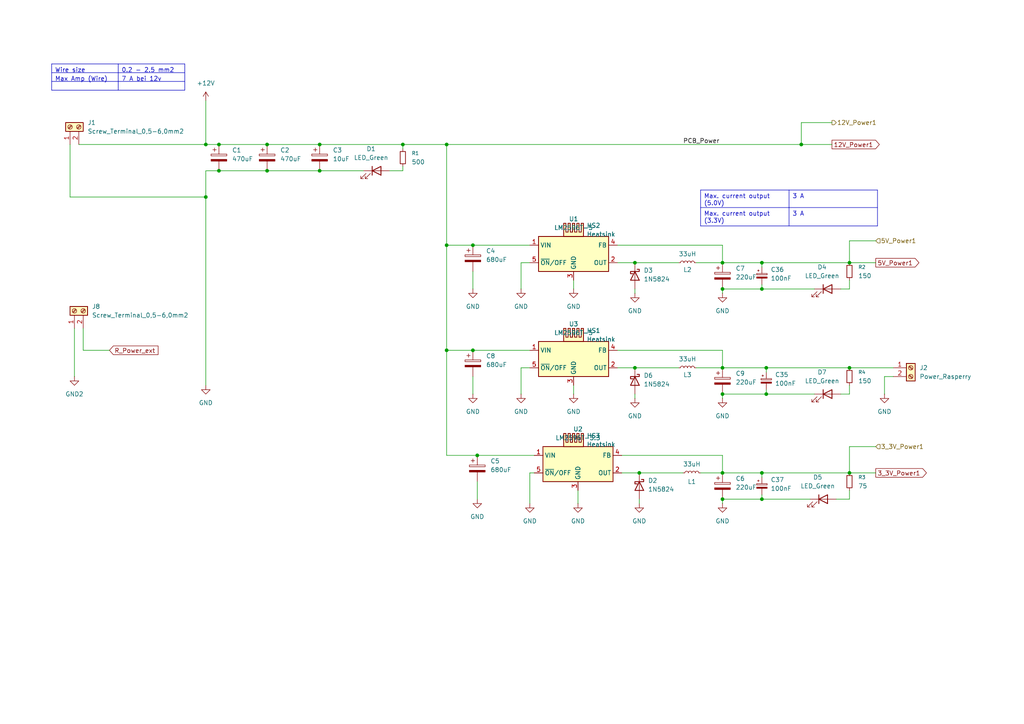
<source format=kicad_sch>
(kicad_sch
	(version 20250114)
	(generator "eeschema")
	(generator_version "9.0")
	(uuid "4f1627ff-57c3-4454-b804-3084edf4b86b")
	(paper "A4")
	(lib_symbols
		(symbol "Connector:Screw_Terminal_01x02"
			(pin_names
				(offset 1.016)
				(hide yes)
			)
			(exclude_from_sim no)
			(in_bom yes)
			(on_board yes)
			(property "Reference" "J"
				(at 0 2.54 0)
				(effects
					(font
						(size 1.27 1.27)
					)
				)
			)
			(property "Value" "Screw_Terminal_01x02"
				(at 0 -5.08 0)
				(effects
					(font
						(size 1.27 1.27)
					)
				)
			)
			(property "Footprint" ""
				(at 0 0 0)
				(effects
					(font
						(size 1.27 1.27)
					)
					(hide yes)
				)
			)
			(property "Datasheet" "~"
				(at 0 0 0)
				(effects
					(font
						(size 1.27 1.27)
					)
					(hide yes)
				)
			)
			(property "Description" "Generic screw terminal, single row, 01x02, script generated (kicad-library-utils/schlib/autogen/connector/)"
				(at 0 0 0)
				(effects
					(font
						(size 1.27 1.27)
					)
					(hide yes)
				)
			)
			(property "ki_keywords" "screw terminal"
				(at 0 0 0)
				(effects
					(font
						(size 1.27 1.27)
					)
					(hide yes)
				)
			)
			(property "ki_fp_filters" "TerminalBlock*:*"
				(at 0 0 0)
				(effects
					(font
						(size 1.27 1.27)
					)
					(hide yes)
				)
			)
			(symbol "Screw_Terminal_01x02_1_1"
				(rectangle
					(start -1.27 1.27)
					(end 1.27 -3.81)
					(stroke
						(width 0.254)
						(type default)
					)
					(fill
						(type background)
					)
				)
				(polyline
					(pts
						(xy -0.5334 0.3302) (xy 0.3302 -0.508)
					)
					(stroke
						(width 0.1524)
						(type default)
					)
					(fill
						(type none)
					)
				)
				(polyline
					(pts
						(xy -0.5334 -2.2098) (xy 0.3302 -3.048)
					)
					(stroke
						(width 0.1524)
						(type default)
					)
					(fill
						(type none)
					)
				)
				(polyline
					(pts
						(xy -0.3556 0.508) (xy 0.508 -0.3302)
					)
					(stroke
						(width 0.1524)
						(type default)
					)
					(fill
						(type none)
					)
				)
				(polyline
					(pts
						(xy -0.3556 -2.032) (xy 0.508 -2.8702)
					)
					(stroke
						(width 0.1524)
						(type default)
					)
					(fill
						(type none)
					)
				)
				(circle
					(center 0 0)
					(radius 0.635)
					(stroke
						(width 0.1524)
						(type default)
					)
					(fill
						(type none)
					)
				)
				(circle
					(center 0 -2.54)
					(radius 0.635)
					(stroke
						(width 0.1524)
						(type default)
					)
					(fill
						(type none)
					)
				)
				(pin passive line
					(at -5.08 0 0)
					(length 3.81)
					(name "Pin_1"
						(effects
							(font
								(size 1.27 1.27)
							)
						)
					)
					(number "1"
						(effects
							(font
								(size 1.27 1.27)
							)
						)
					)
				)
				(pin passive line
					(at -5.08 -2.54 0)
					(length 3.81)
					(name "Pin_2"
						(effects
							(font
								(size 1.27 1.27)
							)
						)
					)
					(number "2"
						(effects
							(font
								(size 1.27 1.27)
							)
						)
					)
				)
			)
			(embedded_fonts no)
		)
		(symbol "Device:C_Polarized"
			(pin_numbers
				(hide yes)
			)
			(pin_names
				(offset 0.254)
			)
			(exclude_from_sim no)
			(in_bom yes)
			(on_board yes)
			(property "Reference" "C"
				(at 0.635 2.54 0)
				(effects
					(font
						(size 1.27 1.27)
					)
					(justify left)
				)
			)
			(property "Value" "C_Polarized"
				(at 0.635 -2.54 0)
				(effects
					(font
						(size 1.27 1.27)
					)
					(justify left)
				)
			)
			(property "Footprint" ""
				(at 0.9652 -3.81 0)
				(effects
					(font
						(size 1.27 1.27)
					)
					(hide yes)
				)
			)
			(property "Datasheet" "~"
				(at 0 0 0)
				(effects
					(font
						(size 1.27 1.27)
					)
					(hide yes)
				)
			)
			(property "Description" "Polarized capacitor"
				(at 0 0 0)
				(effects
					(font
						(size 1.27 1.27)
					)
					(hide yes)
				)
			)
			(property "ki_keywords" "cap capacitor"
				(at 0 0 0)
				(effects
					(font
						(size 1.27 1.27)
					)
					(hide yes)
				)
			)
			(property "ki_fp_filters" "CP_*"
				(at 0 0 0)
				(effects
					(font
						(size 1.27 1.27)
					)
					(hide yes)
				)
			)
			(symbol "C_Polarized_0_1"
				(rectangle
					(start -2.286 0.508)
					(end 2.286 1.016)
					(stroke
						(width 0)
						(type default)
					)
					(fill
						(type none)
					)
				)
				(polyline
					(pts
						(xy -1.778 2.286) (xy -0.762 2.286)
					)
					(stroke
						(width 0)
						(type default)
					)
					(fill
						(type none)
					)
				)
				(polyline
					(pts
						(xy -1.27 2.794) (xy -1.27 1.778)
					)
					(stroke
						(width 0)
						(type default)
					)
					(fill
						(type none)
					)
				)
				(rectangle
					(start 2.286 -0.508)
					(end -2.286 -1.016)
					(stroke
						(width 0)
						(type default)
					)
					(fill
						(type outline)
					)
				)
			)
			(symbol "C_Polarized_1_1"
				(pin passive line
					(at 0 3.81 270)
					(length 2.794)
					(name "~"
						(effects
							(font
								(size 1.27 1.27)
							)
						)
					)
					(number "1"
						(effects
							(font
								(size 1.27 1.27)
							)
						)
					)
				)
				(pin passive line
					(at 0 -3.81 90)
					(length 2.794)
					(name "~"
						(effects
							(font
								(size 1.27 1.27)
							)
						)
					)
					(number "2"
						(effects
							(font
								(size 1.27 1.27)
							)
						)
					)
				)
			)
			(embedded_fonts no)
		)
		(symbol "Device:C_Polarized_Small"
			(pin_numbers
				(hide yes)
			)
			(pin_names
				(offset 0.254)
				(hide yes)
			)
			(exclude_from_sim no)
			(in_bom yes)
			(on_board yes)
			(property "Reference" "C"
				(at 0.254 1.778 0)
				(effects
					(font
						(size 1.27 1.27)
					)
					(justify left)
				)
			)
			(property "Value" "C_Polarized_Small"
				(at 0.254 -2.032 0)
				(effects
					(font
						(size 1.27 1.27)
					)
					(justify left)
				)
			)
			(property "Footprint" ""
				(at 0 0 0)
				(effects
					(font
						(size 1.27 1.27)
					)
					(hide yes)
				)
			)
			(property "Datasheet" "~"
				(at 0 0 0)
				(effects
					(font
						(size 1.27 1.27)
					)
					(hide yes)
				)
			)
			(property "Description" "Polarized capacitor, small symbol"
				(at 0 0 0)
				(effects
					(font
						(size 1.27 1.27)
					)
					(hide yes)
				)
			)
			(property "ki_keywords" "cap capacitor"
				(at 0 0 0)
				(effects
					(font
						(size 1.27 1.27)
					)
					(hide yes)
				)
			)
			(property "ki_fp_filters" "CP_*"
				(at 0 0 0)
				(effects
					(font
						(size 1.27 1.27)
					)
					(hide yes)
				)
			)
			(symbol "C_Polarized_Small_0_1"
				(rectangle
					(start -1.524 0.6858)
					(end 1.524 0.3048)
					(stroke
						(width 0)
						(type default)
					)
					(fill
						(type none)
					)
				)
				(rectangle
					(start -1.524 -0.3048)
					(end 1.524 -0.6858)
					(stroke
						(width 0)
						(type default)
					)
					(fill
						(type outline)
					)
				)
				(polyline
					(pts
						(xy -1.27 1.524) (xy -0.762 1.524)
					)
					(stroke
						(width 0)
						(type default)
					)
					(fill
						(type none)
					)
				)
				(polyline
					(pts
						(xy -1.016 1.27) (xy -1.016 1.778)
					)
					(stroke
						(width 0)
						(type default)
					)
					(fill
						(type none)
					)
				)
			)
			(symbol "C_Polarized_Small_1_1"
				(pin passive line
					(at 0 2.54 270)
					(length 1.8542)
					(name "~"
						(effects
							(font
								(size 1.27 1.27)
							)
						)
					)
					(number "1"
						(effects
							(font
								(size 1.27 1.27)
							)
						)
					)
				)
				(pin passive line
					(at 0 -2.54 90)
					(length 1.8542)
					(name "~"
						(effects
							(font
								(size 1.27 1.27)
							)
						)
					)
					(number "2"
						(effects
							(font
								(size 1.27 1.27)
							)
						)
					)
				)
			)
			(embedded_fonts no)
		)
		(symbol "Device:D_Schottky"
			(pin_numbers
				(hide yes)
			)
			(pin_names
				(offset 1.016)
				(hide yes)
			)
			(exclude_from_sim no)
			(in_bom yes)
			(on_board yes)
			(property "Reference" "D"
				(at 0 2.54 0)
				(effects
					(font
						(size 1.27 1.27)
					)
				)
			)
			(property "Value" "D_Schottky"
				(at 0 -2.54 0)
				(effects
					(font
						(size 1.27 1.27)
					)
				)
			)
			(property "Footprint" ""
				(at 0 0 0)
				(effects
					(font
						(size 1.27 1.27)
					)
					(hide yes)
				)
			)
			(property "Datasheet" "~"
				(at 0 0 0)
				(effects
					(font
						(size 1.27 1.27)
					)
					(hide yes)
				)
			)
			(property "Description" "Schottky diode"
				(at 0 0 0)
				(effects
					(font
						(size 1.27 1.27)
					)
					(hide yes)
				)
			)
			(property "ki_keywords" "diode Schottky"
				(at 0 0 0)
				(effects
					(font
						(size 1.27 1.27)
					)
					(hide yes)
				)
			)
			(property "ki_fp_filters" "TO-???* *_Diode_* *SingleDiode* D_*"
				(at 0 0 0)
				(effects
					(font
						(size 1.27 1.27)
					)
					(hide yes)
				)
			)
			(symbol "D_Schottky_0_1"
				(polyline
					(pts
						(xy -1.905 0.635) (xy -1.905 1.27) (xy -1.27 1.27) (xy -1.27 -1.27) (xy -0.635 -1.27) (xy -0.635 -0.635)
					)
					(stroke
						(width 0.254)
						(type default)
					)
					(fill
						(type none)
					)
				)
				(polyline
					(pts
						(xy 1.27 1.27) (xy 1.27 -1.27) (xy -1.27 0) (xy 1.27 1.27)
					)
					(stroke
						(width 0.254)
						(type default)
					)
					(fill
						(type none)
					)
				)
				(polyline
					(pts
						(xy 1.27 0) (xy -1.27 0)
					)
					(stroke
						(width 0)
						(type default)
					)
					(fill
						(type none)
					)
				)
			)
			(symbol "D_Schottky_1_1"
				(pin passive line
					(at -3.81 0 0)
					(length 2.54)
					(name "K"
						(effects
							(font
								(size 1.27 1.27)
							)
						)
					)
					(number "1"
						(effects
							(font
								(size 1.27 1.27)
							)
						)
					)
				)
				(pin passive line
					(at 3.81 0 180)
					(length 2.54)
					(name "A"
						(effects
							(font
								(size 1.27 1.27)
							)
						)
					)
					(number "2"
						(effects
							(font
								(size 1.27 1.27)
							)
						)
					)
				)
			)
			(embedded_fonts no)
		)
		(symbol "Device:LED"
			(pin_numbers
				(hide yes)
			)
			(pin_names
				(offset 1.016)
				(hide yes)
			)
			(exclude_from_sim no)
			(in_bom yes)
			(on_board yes)
			(property "Reference" "D"
				(at 0 2.54 0)
				(effects
					(font
						(size 1.27 1.27)
					)
				)
			)
			(property "Value" "LED"
				(at 0 -2.54 0)
				(effects
					(font
						(size 1.27 1.27)
					)
				)
			)
			(property "Footprint" ""
				(at 0 0 0)
				(effects
					(font
						(size 1.27 1.27)
					)
					(hide yes)
				)
			)
			(property "Datasheet" "~"
				(at 0 0 0)
				(effects
					(font
						(size 1.27 1.27)
					)
					(hide yes)
				)
			)
			(property "Description" "Light emitting diode"
				(at 0 0 0)
				(effects
					(font
						(size 1.27 1.27)
					)
					(hide yes)
				)
			)
			(property "Sim.Pins" "1=K 2=A"
				(at 0 0 0)
				(effects
					(font
						(size 1.27 1.27)
					)
					(hide yes)
				)
			)
			(property "ki_keywords" "LED diode"
				(at 0 0 0)
				(effects
					(font
						(size 1.27 1.27)
					)
					(hide yes)
				)
			)
			(property "ki_fp_filters" "LED* LED_SMD:* LED_THT:*"
				(at 0 0 0)
				(effects
					(font
						(size 1.27 1.27)
					)
					(hide yes)
				)
			)
			(symbol "LED_0_1"
				(polyline
					(pts
						(xy -3.048 -0.762) (xy -4.572 -2.286) (xy -3.81 -2.286) (xy -4.572 -2.286) (xy -4.572 -1.524)
					)
					(stroke
						(width 0)
						(type default)
					)
					(fill
						(type none)
					)
				)
				(polyline
					(pts
						(xy -1.778 -0.762) (xy -3.302 -2.286) (xy -2.54 -2.286) (xy -3.302 -2.286) (xy -3.302 -1.524)
					)
					(stroke
						(width 0)
						(type default)
					)
					(fill
						(type none)
					)
				)
				(polyline
					(pts
						(xy -1.27 0) (xy 1.27 0)
					)
					(stroke
						(width 0)
						(type default)
					)
					(fill
						(type none)
					)
				)
				(polyline
					(pts
						(xy -1.27 -1.27) (xy -1.27 1.27)
					)
					(stroke
						(width 0.254)
						(type default)
					)
					(fill
						(type none)
					)
				)
				(polyline
					(pts
						(xy 1.27 -1.27) (xy 1.27 1.27) (xy -1.27 0) (xy 1.27 -1.27)
					)
					(stroke
						(width 0.254)
						(type default)
					)
					(fill
						(type none)
					)
				)
			)
			(symbol "LED_1_1"
				(pin passive line
					(at -3.81 0 0)
					(length 2.54)
					(name "K"
						(effects
							(font
								(size 1.27 1.27)
							)
						)
					)
					(number "1"
						(effects
							(font
								(size 1.27 1.27)
							)
						)
					)
				)
				(pin passive line
					(at 3.81 0 180)
					(length 2.54)
					(name "A"
						(effects
							(font
								(size 1.27 1.27)
							)
						)
					)
					(number "2"
						(effects
							(font
								(size 1.27 1.27)
							)
						)
					)
				)
			)
			(embedded_fonts no)
		)
		(symbol "Device:L_Small"
			(pin_numbers
				(hide yes)
			)
			(pin_names
				(offset 0.254)
				(hide yes)
			)
			(exclude_from_sim no)
			(in_bom yes)
			(on_board yes)
			(property "Reference" "L"
				(at 0.762 1.016 0)
				(effects
					(font
						(size 1.27 1.27)
					)
					(justify left)
				)
			)
			(property "Value" "L_Small"
				(at 0.762 -1.016 0)
				(effects
					(font
						(size 1.27 1.27)
					)
					(justify left)
				)
			)
			(property "Footprint" ""
				(at 0 0 0)
				(effects
					(font
						(size 1.27 1.27)
					)
					(hide yes)
				)
			)
			(property "Datasheet" "~"
				(at 0 0 0)
				(effects
					(font
						(size 1.27 1.27)
					)
					(hide yes)
				)
			)
			(property "Description" "Inductor, small symbol"
				(at 0 0 0)
				(effects
					(font
						(size 1.27 1.27)
					)
					(hide yes)
				)
			)
			(property "ki_keywords" "inductor choke coil reactor magnetic"
				(at 0 0 0)
				(effects
					(font
						(size 1.27 1.27)
					)
					(hide yes)
				)
			)
			(property "ki_fp_filters" "Choke_* *Coil* Inductor_* L_*"
				(at 0 0 0)
				(effects
					(font
						(size 1.27 1.27)
					)
					(hide yes)
				)
			)
			(symbol "L_Small_0_1"
				(arc
					(start 0 2.032)
					(mid 0.5058 1.524)
					(end 0 1.016)
					(stroke
						(width 0)
						(type default)
					)
					(fill
						(type none)
					)
				)
				(arc
					(start 0 1.016)
					(mid 0.5058 0.508)
					(end 0 0)
					(stroke
						(width 0)
						(type default)
					)
					(fill
						(type none)
					)
				)
				(arc
					(start 0 0)
					(mid 0.5058 -0.508)
					(end 0 -1.016)
					(stroke
						(width 0)
						(type default)
					)
					(fill
						(type none)
					)
				)
				(arc
					(start 0 -1.016)
					(mid 0.5058 -1.524)
					(end 0 -2.032)
					(stroke
						(width 0)
						(type default)
					)
					(fill
						(type none)
					)
				)
			)
			(symbol "L_Small_1_1"
				(pin passive line
					(at 0 2.54 270)
					(length 0.508)
					(name "~"
						(effects
							(font
								(size 1.27 1.27)
							)
						)
					)
					(number "1"
						(effects
							(font
								(size 1.27 1.27)
							)
						)
					)
				)
				(pin passive line
					(at 0 -2.54 90)
					(length 0.508)
					(name "~"
						(effects
							(font
								(size 1.27 1.27)
							)
						)
					)
					(number "2"
						(effects
							(font
								(size 1.27 1.27)
							)
						)
					)
				)
			)
			(embedded_fonts no)
		)
		(symbol "Device:R_Small"
			(pin_numbers
				(hide yes)
			)
			(pin_names
				(offset 0.254)
				(hide yes)
			)
			(exclude_from_sim no)
			(in_bom yes)
			(on_board yes)
			(property "Reference" "R"
				(at 0 0 90)
				(effects
					(font
						(size 1.016 1.016)
					)
				)
			)
			(property "Value" "R_Small"
				(at 1.778 0 90)
				(effects
					(font
						(size 1.27 1.27)
					)
				)
			)
			(property "Footprint" ""
				(at 0 0 0)
				(effects
					(font
						(size 1.27 1.27)
					)
					(hide yes)
				)
			)
			(property "Datasheet" "~"
				(at 0 0 0)
				(effects
					(font
						(size 1.27 1.27)
					)
					(hide yes)
				)
			)
			(property "Description" "Resistor, small symbol"
				(at 0 0 0)
				(effects
					(font
						(size 1.27 1.27)
					)
					(hide yes)
				)
			)
			(property "ki_keywords" "R resistor"
				(at 0 0 0)
				(effects
					(font
						(size 1.27 1.27)
					)
					(hide yes)
				)
			)
			(property "ki_fp_filters" "R_*"
				(at 0 0 0)
				(effects
					(font
						(size 1.27 1.27)
					)
					(hide yes)
				)
			)
			(symbol "R_Small_0_1"
				(rectangle
					(start -0.762 1.778)
					(end 0.762 -1.778)
					(stroke
						(width 0.2032)
						(type default)
					)
					(fill
						(type none)
					)
				)
			)
			(symbol "R_Small_1_1"
				(pin passive line
					(at 0 2.54 270)
					(length 0.762)
					(name "~"
						(effects
							(font
								(size 1.27 1.27)
							)
						)
					)
					(number "1"
						(effects
							(font
								(size 1.27 1.27)
							)
						)
					)
				)
				(pin passive line
					(at 0 -2.54 90)
					(length 0.762)
					(name "~"
						(effects
							(font
								(size 1.27 1.27)
							)
						)
					)
					(number "2"
						(effects
							(font
								(size 1.27 1.27)
							)
						)
					)
				)
			)
			(embedded_fonts no)
		)
		(symbol "Mechanical:Heatsink"
			(pin_names
				(offset 1.016)
			)
			(exclude_from_sim no)
			(in_bom yes)
			(on_board yes)
			(property "Reference" "HS"
				(at 0 5.08 0)
				(effects
					(font
						(size 1.27 1.27)
					)
				)
			)
			(property "Value" "Heatsink"
				(at 0 -1.27 0)
				(effects
					(font
						(size 1.27 1.27)
					)
				)
			)
			(property "Footprint" ""
				(at 0.3048 0 0)
				(effects
					(font
						(size 1.27 1.27)
					)
					(hide yes)
				)
			)
			(property "Datasheet" "~"
				(at 0.3048 0 0)
				(effects
					(font
						(size 1.27 1.27)
					)
					(hide yes)
				)
			)
			(property "Description" "Heatsink"
				(at 0 0 0)
				(effects
					(font
						(size 1.27 1.27)
					)
					(hide yes)
				)
			)
			(property "ki_keywords" "thermal heat temperature"
				(at 0 0 0)
				(effects
					(font
						(size 1.27 1.27)
					)
					(hide yes)
				)
			)
			(property "ki_fp_filters" "Heatsink_*"
				(at 0 0 0)
				(effects
					(font
						(size 1.27 1.27)
					)
					(hide yes)
				)
			)
			(symbol "Heatsink_0_1"
				(polyline
					(pts
						(xy -0.3302 1.27) (xy -0.9652 1.27) (xy -0.9652 3.81) (xy -1.6002 3.81) (xy -1.6002 1.27) (xy -2.2352 1.27)
						(xy -2.2352 3.81) (xy -2.8702 3.81) (xy -2.8702 0) (xy -0.9652 0)
					)
					(stroke
						(width 0.254)
						(type default)
					)
					(fill
						(type background)
					)
				)
				(polyline
					(pts
						(xy -0.3302 1.27) (xy -0.3302 3.81) (xy 0.3048 3.81) (xy 0.3048 1.27) (xy 0.9398 1.27) (xy 0.9398 3.81)
						(xy 1.5748 3.81) (xy 1.5748 1.27) (xy 2.2098 1.27) (xy 2.2098 3.81) (xy 2.8448 3.81) (xy 2.8448 0)
						(xy -0.9652 0)
					)
					(stroke
						(width 0.254)
						(type default)
					)
					(fill
						(type background)
					)
				)
			)
			(embedded_fonts no)
		)
		(symbol "Regulator_Switching:LM2596T-3.3"
			(exclude_from_sim no)
			(in_bom yes)
			(on_board yes)
			(property "Reference" "U"
				(at -10.16 6.35 0)
				(effects
					(font
						(size 1.27 1.27)
					)
					(justify left)
				)
			)
			(property "Value" "LM2596T-3.3"
				(at 0 6.35 0)
				(effects
					(font
						(size 1.27 1.27)
					)
					(justify left)
				)
			)
			(property "Footprint" "Package_TO_SOT_THT:TO-220-5_P3.4x3.7mm_StaggerOdd_Lead3.8mm_Vertical"
				(at 1.27 -6.35 0)
				(effects
					(font
						(size 1.27 1.27)
						(italic yes)
					)
					(justify left)
					(hide yes)
				)
			)
			(property "Datasheet" "http://www.ti.com/lit/ds/symlink/lm2596.pdf"
				(at 0 0 0)
				(effects
					(font
						(size 1.27 1.27)
					)
					(hide yes)
				)
			)
			(property "Description" "3.3V 3A 150kHz Step-Down Voltage Regulator, TO-220"
				(at 0 0 0)
				(effects
					(font
						(size 1.27 1.27)
					)
					(hide yes)
				)
			)
			(property "ki_keywords" "Step-Down Voltage Regulator 3.3V 3A"
				(at 0 0 0)
				(effects
					(font
						(size 1.27 1.27)
					)
					(hide yes)
				)
			)
			(property "ki_fp_filters" "TO?220*"
				(at 0 0 0)
				(effects
					(font
						(size 1.27 1.27)
					)
					(hide yes)
				)
			)
			(symbol "LM2596T-3.3_0_1"
				(rectangle
					(start -10.16 5.08)
					(end 10.16 -5.08)
					(stroke
						(width 0.254)
						(type default)
					)
					(fill
						(type background)
					)
				)
			)
			(symbol "LM2596T-3.3_1_1"
				(pin power_in line
					(at -12.7 2.54 0)
					(length 2.54)
					(name "VIN"
						(effects
							(font
								(size 1.27 1.27)
							)
						)
					)
					(number "1"
						(effects
							(font
								(size 1.27 1.27)
							)
						)
					)
				)
				(pin input line
					(at -12.7 -2.54 0)
					(length 2.54)
					(name "~{ON}/OFF"
						(effects
							(font
								(size 1.27 1.27)
							)
						)
					)
					(number "5"
						(effects
							(font
								(size 1.27 1.27)
							)
						)
					)
				)
				(pin power_in line
					(at 0 -7.62 90)
					(length 2.54)
					(name "GND"
						(effects
							(font
								(size 1.27 1.27)
							)
						)
					)
					(number "3"
						(effects
							(font
								(size 1.27 1.27)
							)
						)
					)
				)
				(pin input line
					(at 12.7 2.54 180)
					(length 2.54)
					(name "FB"
						(effects
							(font
								(size 1.27 1.27)
							)
						)
					)
					(number "4"
						(effects
							(font
								(size 1.27 1.27)
							)
						)
					)
				)
				(pin output line
					(at 12.7 -2.54 180)
					(length 2.54)
					(name "OUT"
						(effects
							(font
								(size 1.27 1.27)
							)
						)
					)
					(number "2"
						(effects
							(font
								(size 1.27 1.27)
							)
						)
					)
				)
			)
			(embedded_fonts no)
		)
		(symbol "Regulator_Switching:LM2596T-5"
			(exclude_from_sim no)
			(in_bom yes)
			(on_board yes)
			(property "Reference" "U"
				(at -10.16 6.35 0)
				(effects
					(font
						(size 1.27 1.27)
					)
					(justify left)
				)
			)
			(property "Value" "LM2596T-5"
				(at 0 6.35 0)
				(effects
					(font
						(size 1.27 1.27)
					)
					(justify left)
				)
			)
			(property "Footprint" "Package_TO_SOT_THT:TO-220-5_P3.4x3.7mm_StaggerOdd_Lead3.8mm_Vertical"
				(at 1.27 -6.35 0)
				(effects
					(font
						(size 1.27 1.27)
						(italic yes)
					)
					(justify left)
					(hide yes)
				)
			)
			(property "Datasheet" "http://www.ti.com/lit/ds/symlink/lm2596.pdf"
				(at 0 0 0)
				(effects
					(font
						(size 1.27 1.27)
					)
					(hide yes)
				)
			)
			(property "Description" "5V 3A 150kHz Step-Down Voltage Regulator, TO-220"
				(at 0 0 0)
				(effects
					(font
						(size 1.27 1.27)
					)
					(hide yes)
				)
			)
			(property "ki_keywords" "Step-Down Voltage Regulator 5V 3A"
				(at 0 0 0)
				(effects
					(font
						(size 1.27 1.27)
					)
					(hide yes)
				)
			)
			(property "ki_fp_filters" "TO?220*"
				(at 0 0 0)
				(effects
					(font
						(size 1.27 1.27)
					)
					(hide yes)
				)
			)
			(symbol "LM2596T-5_0_1"
				(rectangle
					(start -10.16 5.08)
					(end 10.16 -5.08)
					(stroke
						(width 0.254)
						(type default)
					)
					(fill
						(type background)
					)
				)
			)
			(symbol "LM2596T-5_1_1"
				(pin power_in line
					(at -12.7 2.54 0)
					(length 2.54)
					(name "VIN"
						(effects
							(font
								(size 1.27 1.27)
							)
						)
					)
					(number "1"
						(effects
							(font
								(size 1.27 1.27)
							)
						)
					)
				)
				(pin input line
					(at -12.7 -2.54 0)
					(length 2.54)
					(name "~{ON}/OFF"
						(effects
							(font
								(size 1.27 1.27)
							)
						)
					)
					(number "5"
						(effects
							(font
								(size 1.27 1.27)
							)
						)
					)
				)
				(pin power_in line
					(at 0 -7.62 90)
					(length 2.54)
					(name "GND"
						(effects
							(font
								(size 1.27 1.27)
							)
						)
					)
					(number "3"
						(effects
							(font
								(size 1.27 1.27)
							)
						)
					)
				)
				(pin input line
					(at 12.7 2.54 180)
					(length 2.54)
					(name "FB"
						(effects
							(font
								(size 1.27 1.27)
							)
						)
					)
					(number "4"
						(effects
							(font
								(size 1.27 1.27)
							)
						)
					)
				)
				(pin output line
					(at 12.7 -2.54 180)
					(length 2.54)
					(name "OUT"
						(effects
							(font
								(size 1.27 1.27)
							)
						)
					)
					(number "2"
						(effects
							(font
								(size 1.27 1.27)
							)
						)
					)
				)
			)
			(embedded_fonts no)
		)
		(symbol "power:+12V"
			(power)
			(pin_numbers
				(hide yes)
			)
			(pin_names
				(offset 0)
				(hide yes)
			)
			(exclude_from_sim no)
			(in_bom yes)
			(on_board yes)
			(property "Reference" "#PWR"
				(at 0 -3.81 0)
				(effects
					(font
						(size 1.27 1.27)
					)
					(hide yes)
				)
			)
			(property "Value" "+12V"
				(at 0 3.556 0)
				(effects
					(font
						(size 1.27 1.27)
					)
				)
			)
			(property "Footprint" ""
				(at 0 0 0)
				(effects
					(font
						(size 1.27 1.27)
					)
					(hide yes)
				)
			)
			(property "Datasheet" ""
				(at 0 0 0)
				(effects
					(font
						(size 1.27 1.27)
					)
					(hide yes)
				)
			)
			(property "Description" "Power symbol creates a global label with name \"+12V\""
				(at 0 0 0)
				(effects
					(font
						(size 1.27 1.27)
					)
					(hide yes)
				)
			)
			(property "ki_keywords" "global power"
				(at 0 0 0)
				(effects
					(font
						(size 1.27 1.27)
					)
					(hide yes)
				)
			)
			(symbol "+12V_0_1"
				(polyline
					(pts
						(xy -0.762 1.27) (xy 0 2.54)
					)
					(stroke
						(width 0)
						(type default)
					)
					(fill
						(type none)
					)
				)
				(polyline
					(pts
						(xy 0 2.54) (xy 0.762 1.27)
					)
					(stroke
						(width 0)
						(type default)
					)
					(fill
						(type none)
					)
				)
				(polyline
					(pts
						(xy 0 0) (xy 0 2.54)
					)
					(stroke
						(width 0)
						(type default)
					)
					(fill
						(type none)
					)
				)
			)
			(symbol "+12V_1_1"
				(pin power_in line
					(at 0 0 90)
					(length 0)
					(name "~"
						(effects
							(font
								(size 1.27 1.27)
							)
						)
					)
					(number "1"
						(effects
							(font
								(size 1.27 1.27)
							)
						)
					)
				)
			)
			(embedded_fonts no)
		)
		(symbol "power:GND"
			(power)
			(pin_numbers
				(hide yes)
			)
			(pin_names
				(offset 0)
				(hide yes)
			)
			(exclude_from_sim no)
			(in_bom yes)
			(on_board yes)
			(property "Reference" "#PWR"
				(at 0 -6.35 0)
				(effects
					(font
						(size 1.27 1.27)
					)
					(hide yes)
				)
			)
			(property "Value" "GND"
				(at 0 -3.81 0)
				(effects
					(font
						(size 1.27 1.27)
					)
				)
			)
			(property "Footprint" ""
				(at 0 0 0)
				(effects
					(font
						(size 1.27 1.27)
					)
					(hide yes)
				)
			)
			(property "Datasheet" ""
				(at 0 0 0)
				(effects
					(font
						(size 1.27 1.27)
					)
					(hide yes)
				)
			)
			(property "Description" "Power symbol creates a global label with name \"GND\" , ground"
				(at 0 0 0)
				(effects
					(font
						(size 1.27 1.27)
					)
					(hide yes)
				)
			)
			(property "ki_keywords" "global power"
				(at 0 0 0)
				(effects
					(font
						(size 1.27 1.27)
					)
					(hide yes)
				)
			)
			(symbol "GND_0_1"
				(polyline
					(pts
						(xy 0 0) (xy 0 -1.27) (xy 1.27 -1.27) (xy 0 -2.54) (xy -1.27 -1.27) (xy 0 -1.27)
					)
					(stroke
						(width 0)
						(type default)
					)
					(fill
						(type none)
					)
				)
			)
			(symbol "GND_1_1"
				(pin power_in line
					(at 0 0 270)
					(length 0)
					(name "~"
						(effects
							(font
								(size 1.27 1.27)
							)
						)
					)
					(number "1"
						(effects
							(font
								(size 1.27 1.27)
							)
						)
					)
				)
			)
			(embedded_fonts no)
		)
		(symbol "power:GND2"
			(power)
			(pin_numbers
				(hide yes)
			)
			(pin_names
				(offset 0)
				(hide yes)
			)
			(exclude_from_sim no)
			(in_bom yes)
			(on_board yes)
			(property "Reference" "#PWR"
				(at 0 -6.35 0)
				(effects
					(font
						(size 1.27 1.27)
					)
					(hide yes)
				)
			)
			(property "Value" "GND2"
				(at 0 -3.81 0)
				(effects
					(font
						(size 1.27 1.27)
					)
				)
			)
			(property "Footprint" ""
				(at 0 0 0)
				(effects
					(font
						(size 1.27 1.27)
					)
					(hide yes)
				)
			)
			(property "Datasheet" ""
				(at 0 0 0)
				(effects
					(font
						(size 1.27 1.27)
					)
					(hide yes)
				)
			)
			(property "Description" "Power symbol creates a global label with name \"GND2\" , ground"
				(at 0 0 0)
				(effects
					(font
						(size 1.27 1.27)
					)
					(hide yes)
				)
			)
			(property "ki_keywords" "global power"
				(at 0 0 0)
				(effects
					(font
						(size 1.27 1.27)
					)
					(hide yes)
				)
			)
			(symbol "GND2_0_1"
				(polyline
					(pts
						(xy 0 0) (xy 0 -1.27) (xy 1.27 -1.27) (xy 0 -2.54) (xy -1.27 -1.27) (xy 0 -1.27)
					)
					(stroke
						(width 0)
						(type default)
					)
					(fill
						(type none)
					)
				)
			)
			(symbol "GND2_1_1"
				(pin power_in line
					(at 0 0 270)
					(length 0)
					(name "~"
						(effects
							(font
								(size 1.27 1.27)
							)
						)
					)
					(number "1"
						(effects
							(font
								(size 1.27 1.27)
							)
						)
					)
				)
			)
			(embedded_fonts no)
		)
	)
	(junction
		(at 209.55 76.2)
		(diameter 0)
		(color 0 0 0 0)
		(uuid "0a0e2b41-233b-4683-88ed-4647f589afd8")
	)
	(junction
		(at 209.55 83.82)
		(diameter 0)
		(color 0 0 0 0)
		(uuid "1023d01e-2691-4c18-9860-3ee1c4fd303a")
	)
	(junction
		(at 246.38 137.16)
		(diameter 0)
		(color 0 0 0 0)
		(uuid "14915692-6716-47cb-a5e3-416aad246183")
	)
	(junction
		(at 220.98 76.2)
		(diameter 0)
		(color 0 0 0 0)
		(uuid "1b052d68-aa2c-4b55-b2e6-3f5a58fb4929")
	)
	(junction
		(at 184.15 76.2)
		(diameter 0)
		(color 0 0 0 0)
		(uuid "1dbfe326-2a18-487c-97a5-1f71d0e174ee")
	)
	(junction
		(at 129.54 71.12)
		(diameter 0)
		(color 0 0 0 0)
		(uuid "25bb5b82-5139-4b01-890d-0a831b5e5816")
	)
	(junction
		(at 137.16 101.6)
		(diameter 0)
		(color 0 0 0 0)
		(uuid "28aca222-24ef-447f-8ae1-b36904cc3946")
	)
	(junction
		(at 184.15 106.68)
		(diameter 0)
		(color 0 0 0 0)
		(uuid "31d020ac-a130-484d-bd43-a9f5c071ce54")
	)
	(junction
		(at 59.69 41.91)
		(diameter 0)
		(color 0 0 0 0)
		(uuid "36acdc6f-fd2d-4d10-bbdf-5adffc6b4243")
	)
	(junction
		(at 138.43 132.08)
		(diameter 0)
		(color 0 0 0 0)
		(uuid "3857e382-0b4a-4223-85bd-b5478318c398")
	)
	(junction
		(at 220.98 144.78)
		(diameter 0)
		(color 0 0 0 0)
		(uuid "3bca3836-f906-4517-a521-9b86b2ca5f2f")
	)
	(junction
		(at 209.55 114.3)
		(diameter 0)
		(color 0 0 0 0)
		(uuid "40953cf6-e0d0-464f-a253-e91641cca27c")
	)
	(junction
		(at 209.55 144.78)
		(diameter 0)
		(color 0 0 0 0)
		(uuid "4a995b03-3633-4082-9555-28b31d8a4bbe")
	)
	(junction
		(at 185.42 137.16)
		(diameter 0)
		(color 0 0 0 0)
		(uuid "5a63f2a7-95f9-46ff-b120-274cf7d6a3fe")
	)
	(junction
		(at 116.84 41.91)
		(diameter 0)
		(color 0 0 0 0)
		(uuid "5d5b998e-8dc9-45be-937f-a17c6b756484")
	)
	(junction
		(at 137.16 71.12)
		(diameter 0)
		(color 0 0 0 0)
		(uuid "6cf9f228-ea1a-4e74-9fc5-f143cbee862a")
	)
	(junction
		(at 63.5 41.91)
		(diameter 0)
		(color 0 0 0 0)
		(uuid "6fb76123-cd6f-44b2-ab89-3f4204c65dde")
	)
	(junction
		(at 129.54 41.91)
		(diameter 0)
		(color 0 0 0 0)
		(uuid "748d6f18-d583-4bbe-999a-6b9b2f637206")
	)
	(junction
		(at 246.38 76.2)
		(diameter 0)
		(color 0 0 0 0)
		(uuid "7ba93f8a-564d-4b38-a10d-f3b728cb809a")
	)
	(junction
		(at 77.47 41.91)
		(diameter 0)
		(color 0 0 0 0)
		(uuid "7f5deb7c-ae89-44ba-b0b0-3a9706842e6f")
	)
	(junction
		(at 222.25 106.68)
		(diameter 0)
		(color 0 0 0 0)
		(uuid "84272848-6e8a-42e3-b99c-94571f956b05")
	)
	(junction
		(at 232.41 41.91)
		(diameter 0)
		(color 0 0 0 0)
		(uuid "9038874b-00c7-4290-b7ac-ad009dea959e")
	)
	(junction
		(at 220.98 83.82)
		(diameter 0)
		(color 0 0 0 0)
		(uuid "903bc898-7989-4c1d-8c5f-117ac49d952d")
	)
	(junction
		(at 209.55 106.68)
		(diameter 0)
		(color 0 0 0 0)
		(uuid "927cccc5-34ef-4a7e-b405-55ee1cfa8b9b")
	)
	(junction
		(at 209.55 137.16)
		(diameter 0)
		(color 0 0 0 0)
		(uuid "a35e5c3d-7ee9-48fe-bf64-b7d3906a7b4c")
	)
	(junction
		(at 246.38 106.68)
		(diameter 0)
		(color 0 0 0 0)
		(uuid "aabfb30e-9fab-48ca-a5c9-0568d3268c4b")
	)
	(junction
		(at 222.25 114.3)
		(diameter 0)
		(color 0 0 0 0)
		(uuid "acea3e8e-1f1e-48a3-8cd0-6ae6f131a9e6")
	)
	(junction
		(at 63.5 49.53)
		(diameter 0)
		(color 0 0 0 0)
		(uuid "b56360e1-6349-4ed4-9cfe-0023f3697d5a")
	)
	(junction
		(at 220.98 137.16)
		(diameter 0)
		(color 0 0 0 0)
		(uuid "bbd84926-888f-4ced-abb5-7f9814d46785")
	)
	(junction
		(at 129.54 101.6)
		(diameter 0)
		(color 0 0 0 0)
		(uuid "c5e9a5dd-18c7-477b-8ea1-da44e6fa0dfe")
	)
	(junction
		(at 77.47 49.53)
		(diameter 0)
		(color 0 0 0 0)
		(uuid "cf5bfd4f-7736-4b5d-ba96-0dd5eebe6ddb")
	)
	(junction
		(at 92.71 49.53)
		(diameter 0)
		(color 0 0 0 0)
		(uuid "d0c606f6-f21b-46e7-a999-c42f0d39a7e6")
	)
	(junction
		(at 59.69 57.15)
		(diameter 0)
		(color 0 0 0 0)
		(uuid "ef378c46-8126-4f25-a3fc-447d9d42b310")
	)
	(junction
		(at 92.71 41.91)
		(diameter 0)
		(color 0 0 0 0)
		(uuid "f9ea43ad-158b-4e86-a095-89b0e893aa37")
	)
	(wire
		(pts
			(xy 254 129.54) (xy 246.38 129.54)
		)
		(stroke
			(width 0)
			(type default)
		)
		(uuid "004efb7d-c381-42b0-91cd-ae3d265a7320")
	)
	(wire
		(pts
			(xy 256.54 109.22) (xy 259.08 109.22)
		)
		(stroke
			(width 0)
			(type default)
		)
		(uuid "07331e94-0b2c-41ed-adc7-093caf7b8208")
	)
	(wire
		(pts
			(xy 167.64 142.24) (xy 167.64 146.05)
		)
		(stroke
			(width 0)
			(type default)
		)
		(uuid "08e38ccf-8c0d-48bf-a8f6-4cb013bcc830")
	)
	(wire
		(pts
			(xy 246.38 106.68) (xy 259.08 106.68)
		)
		(stroke
			(width 0)
			(type default)
		)
		(uuid "0a7c9704-1dc4-432d-bcd6-48ab95fa297a")
	)
	(wire
		(pts
			(xy 209.55 132.08) (xy 209.55 137.16)
		)
		(stroke
			(width 0)
			(type default)
		)
		(uuid "0dc42ab9-b5e8-4f69-9867-b641d52c2469")
	)
	(wire
		(pts
			(xy 184.15 76.2) (xy 196.85 76.2)
		)
		(stroke
			(width 0)
			(type default)
		)
		(uuid "1535cb99-6d0e-4c0d-b2d5-852fb4e90e19")
	)
	(wire
		(pts
			(xy 184.15 106.68) (xy 196.85 106.68)
		)
		(stroke
			(width 0)
			(type default)
		)
		(uuid "15cab9b2-c405-41ba-a1e1-73b2cfa5faa4")
	)
	(wire
		(pts
			(xy 180.34 137.16) (xy 185.42 137.16)
		)
		(stroke
			(width 0)
			(type default)
		)
		(uuid "1717f4a1-1ab3-4f0a-863b-731d066d0c53")
	)
	(wire
		(pts
			(xy 246.38 142.24) (xy 246.38 144.78)
		)
		(stroke
			(width 0)
			(type default)
		)
		(uuid "1d7daafb-eecf-423e-9748-2a11fe406162")
	)
	(wire
		(pts
			(xy 220.98 76.2) (xy 246.38 76.2)
		)
		(stroke
			(width 0)
			(type default)
		)
		(uuid "1f10891d-afd5-408a-b46b-41543c4b1248")
	)
	(wire
		(pts
			(xy 201.93 106.68) (xy 209.55 106.68)
		)
		(stroke
			(width 0)
			(type default)
		)
		(uuid "1f1472ae-f2c1-4649-baa2-2ae2275019b9")
	)
	(wire
		(pts
			(xy 179.07 76.2) (xy 184.15 76.2)
		)
		(stroke
			(width 0)
			(type default)
		)
		(uuid "2126f86e-06e9-46cb-ad5c-7955667645bb")
	)
	(wire
		(pts
			(xy 21.59 95.25) (xy 21.59 109.22)
		)
		(stroke
			(width 0)
			(type default)
		)
		(uuid "22320703-0a3d-4b1a-b988-a76faf5aa22b")
	)
	(wire
		(pts
			(xy 116.84 41.91) (xy 129.54 41.91)
		)
		(stroke
			(width 0)
			(type default)
		)
		(uuid "284f98ec-8f53-49cf-a08e-5e949f249b64")
	)
	(wire
		(pts
			(xy 129.54 132.08) (xy 138.43 132.08)
		)
		(stroke
			(width 0)
			(type default)
		)
		(uuid "29be459f-06c2-424a-b5e1-47f0f9d650fb")
	)
	(wire
		(pts
			(xy 129.54 41.91) (xy 232.41 41.91)
		)
		(stroke
			(width 0)
			(type default)
		)
		(uuid "2a04c362-24ef-4f45-852d-7e5a58092300")
	)
	(wire
		(pts
			(xy 77.47 49.53) (xy 92.71 49.53)
		)
		(stroke
			(width 0)
			(type default)
		)
		(uuid "2bd0ed14-5dba-4b3b-855d-1441c3a80eab")
	)
	(wire
		(pts
			(xy 246.38 114.3) (xy 243.84 114.3)
		)
		(stroke
			(width 0)
			(type default)
		)
		(uuid "2fdd9780-9da1-4ef6-9f7c-9828d7903319")
	)
	(wire
		(pts
			(xy 246.38 81.28) (xy 246.38 83.82)
		)
		(stroke
			(width 0)
			(type default)
		)
		(uuid "2fe36fff-ca5e-4412-9a30-39c6db26878f")
	)
	(wire
		(pts
			(xy 180.34 132.08) (xy 209.55 132.08)
		)
		(stroke
			(width 0)
			(type default)
		)
		(uuid "38f63f9e-f923-4050-921e-e08b1c783b93")
	)
	(wire
		(pts
			(xy 220.98 76.2) (xy 220.98 77.47)
		)
		(stroke
			(width 0)
			(type default)
		)
		(uuid "3e50f7ca-70b8-4b2a-8d54-b132dc223d1b")
	)
	(wire
		(pts
			(xy 92.71 41.91) (xy 116.84 41.91)
		)
		(stroke
			(width 0)
			(type default)
		)
		(uuid "3ee7c97b-3bb5-4faf-9503-b850ae326df4")
	)
	(wire
		(pts
			(xy 24.13 95.25) (xy 24.13 101.6)
		)
		(stroke
			(width 0)
			(type default)
		)
		(uuid "44a57d67-e093-4a76-b369-50deebda4b09")
	)
	(wire
		(pts
			(xy 209.55 137.16) (xy 220.98 137.16)
		)
		(stroke
			(width 0)
			(type default)
		)
		(uuid "44ac5c70-82ac-4805-8784-2c97f584c47c")
	)
	(wire
		(pts
			(xy 209.55 144.78) (xy 209.55 146.05)
		)
		(stroke
			(width 0)
			(type default)
		)
		(uuid "4a13101d-927c-45c4-bfac-157074d1f32d")
	)
	(wire
		(pts
			(xy 116.84 41.91) (xy 116.84 43.18)
		)
		(stroke
			(width 0)
			(type default)
		)
		(uuid "4a8ffa62-4bb7-4c72-8d36-74c7f235038b")
	)
	(wire
		(pts
			(xy 63.5 49.53) (xy 59.69 49.53)
		)
		(stroke
			(width 0)
			(type default)
		)
		(uuid "5583bff2-12d6-4421-8a89-9efeb2ee2d09")
	)
	(wire
		(pts
			(xy 179.07 106.68) (xy 184.15 106.68)
		)
		(stroke
			(width 0)
			(type default)
		)
		(uuid "5677b6b0-a022-4259-9f77-d752ad7a0b4c")
	)
	(wire
		(pts
			(xy 246.38 144.78) (xy 242.57 144.78)
		)
		(stroke
			(width 0)
			(type default)
		)
		(uuid "56f4e94a-b423-4ba7-b313-fd92c4e6fd2f")
	)
	(wire
		(pts
			(xy 220.98 137.16) (xy 246.38 137.16)
		)
		(stroke
			(width 0)
			(type default)
		)
		(uuid "58b8b009-377a-479f-8bb7-69e5910b87ee")
	)
	(wire
		(pts
			(xy 151.13 76.2) (xy 151.13 83.82)
		)
		(stroke
			(width 0)
			(type default)
		)
		(uuid "5a53ae7d-7fe2-41da-ae6a-fc3ffac01f79")
	)
	(wire
		(pts
			(xy 246.38 111.76) (xy 246.38 114.3)
		)
		(stroke
			(width 0)
			(type default)
		)
		(uuid "5a7aef4d-1704-44d8-b3cd-a812e77c53d8")
	)
	(wire
		(pts
			(xy 222.25 106.68) (xy 222.25 107.95)
		)
		(stroke
			(width 0)
			(type default)
		)
		(uuid "5bafd7ad-d9c3-4616-96aa-44e7b7c43009")
	)
	(wire
		(pts
			(xy 59.69 49.53) (xy 59.69 57.15)
		)
		(stroke
			(width 0)
			(type default)
		)
		(uuid "5fc6abaf-6707-43cf-9d9f-2fba6e74ef1e")
	)
	(wire
		(pts
			(xy 246.38 69.85) (xy 246.38 76.2)
		)
		(stroke
			(width 0)
			(type default)
		)
		(uuid "64b98c2b-b5a3-49c7-8337-51c81a1a54c8")
	)
	(wire
		(pts
			(xy 209.55 114.3) (xy 222.25 114.3)
		)
		(stroke
			(width 0)
			(type default)
		)
		(uuid "66e72d4e-8635-4722-afba-e29f4cf87c7a")
	)
	(wire
		(pts
			(xy 138.43 132.08) (xy 154.94 132.08)
		)
		(stroke
			(width 0)
			(type default)
		)
		(uuid "67138ef4-1196-449d-a963-261f8ef42dba")
	)
	(wire
		(pts
			(xy 209.55 144.78) (xy 220.98 144.78)
		)
		(stroke
			(width 0)
			(type default)
		)
		(uuid "696a40f7-75f2-4580-b52b-59edd939db61")
	)
	(wire
		(pts
			(xy 209.55 101.6) (xy 179.07 101.6)
		)
		(stroke
			(width 0)
			(type default)
		)
		(uuid "6d46fd78-8e19-439a-9488-355cb01820dd")
	)
	(wire
		(pts
			(xy 154.94 137.16) (xy 153.67 137.16)
		)
		(stroke
			(width 0)
			(type default)
		)
		(uuid "733906bc-1aeb-4007-accd-c943f0b5a737")
	)
	(wire
		(pts
			(xy 20.32 41.91) (xy 20.32 57.15)
		)
		(stroke
			(width 0)
			(type default)
		)
		(uuid "756457b9-8334-4af5-84c7-a0bce97ed20e")
	)
	(wire
		(pts
			(xy 151.13 106.68) (xy 151.13 114.3)
		)
		(stroke
			(width 0)
			(type default)
		)
		(uuid "77691e7d-20c9-4840-8c8f-876737102978")
	)
	(wire
		(pts
			(xy 63.5 49.53) (xy 77.47 49.53)
		)
		(stroke
			(width 0)
			(type default)
		)
		(uuid "798c0b93-2d68-48e6-91f6-68ed0040113e")
	)
	(wire
		(pts
			(xy 232.41 35.56) (xy 241.3 35.56)
		)
		(stroke
			(width 0)
			(type default)
		)
		(uuid "7c2e815a-8fb4-4cc0-8dfb-896030d10e95")
	)
	(wire
		(pts
			(xy 246.38 76.2) (xy 254 76.2)
		)
		(stroke
			(width 0)
			(type default)
		)
		(uuid "7ddaf0db-5c07-4873-a762-7bee8222b1d4")
	)
	(wire
		(pts
			(xy 116.84 48.26) (xy 116.84 49.53)
		)
		(stroke
			(width 0)
			(type default)
		)
		(uuid "800f3147-45cc-4574-9153-2a18a1bc31ae")
	)
	(wire
		(pts
			(xy 59.69 57.15) (xy 59.69 111.76)
		)
		(stroke
			(width 0)
			(type default)
		)
		(uuid "80796312-fbed-4cd0-921b-0558dbdf6e42")
	)
	(wire
		(pts
			(xy 184.15 114.3) (xy 184.15 115.57)
		)
		(stroke
			(width 0)
			(type default)
		)
		(uuid "84522f75-4ae0-4ea5-b81f-c4df08b98ca3")
	)
	(wire
		(pts
			(xy 153.67 106.68) (xy 151.13 106.68)
		)
		(stroke
			(width 0)
			(type default)
		)
		(uuid "84944259-2144-4b92-aa24-5dc2f5cde086")
	)
	(wire
		(pts
			(xy 209.55 83.82) (xy 220.98 83.82)
		)
		(stroke
			(width 0)
			(type default)
		)
		(uuid "867ded29-32d3-4a3d-b1a2-9eb88c204354")
	)
	(wire
		(pts
			(xy 209.55 71.12) (xy 179.07 71.12)
		)
		(stroke
			(width 0)
			(type default)
		)
		(uuid "87818b82-2402-446b-83da-b9385bd091cd")
	)
	(wire
		(pts
			(xy 92.71 49.53) (xy 105.41 49.53)
		)
		(stroke
			(width 0)
			(type default)
		)
		(uuid "8a2d8889-6975-4913-ac3e-6410b5dd4e80")
	)
	(wire
		(pts
			(xy 220.98 144.78) (xy 234.95 144.78)
		)
		(stroke
			(width 0)
			(type default)
		)
		(uuid "8e37b7ce-9bc0-4bfc-8871-9849bcbfaec5")
	)
	(wire
		(pts
			(xy 220.98 137.16) (xy 220.98 138.43)
		)
		(stroke
			(width 0)
			(type default)
		)
		(uuid "91abadce-20ce-4575-a84f-4fa77531a1b4")
	)
	(wire
		(pts
			(xy 166.37 111.76) (xy 166.37 114.3)
		)
		(stroke
			(width 0)
			(type default)
		)
		(uuid "94063da4-409b-463e-b379-e99355466d13")
	)
	(wire
		(pts
			(xy 129.54 71.12) (xy 137.16 71.12)
		)
		(stroke
			(width 0)
			(type default)
		)
		(uuid "98bb5163-3600-410f-a1d1-e024f2a9daec")
	)
	(wire
		(pts
			(xy 59.69 29.21) (xy 59.69 41.91)
		)
		(stroke
			(width 0)
			(type default)
		)
		(uuid "990bcf8c-6f4c-4c18-a3b7-f85698d6b11f")
	)
	(wire
		(pts
			(xy 220.98 82.55) (xy 220.98 83.82)
		)
		(stroke
			(width 0)
			(type default)
		)
		(uuid "99c61aee-31eb-40d9-abd0-1adb4781d6e6")
	)
	(wire
		(pts
			(xy 256.54 109.22) (xy 256.54 114.3)
		)
		(stroke
			(width 0)
			(type default)
		)
		(uuid "a2a8080b-52bc-41bd-b582-ed38ca1cf677")
	)
	(wire
		(pts
			(xy 153.67 137.16) (xy 153.67 146.05)
		)
		(stroke
			(width 0)
			(type default)
		)
		(uuid "a4704ede-baae-4e6b-b615-a170d3e7fbf0")
	)
	(wire
		(pts
			(xy 22.86 41.91) (xy 59.69 41.91)
		)
		(stroke
			(width 0)
			(type default)
		)
		(uuid "a4baf60a-83d7-4f9b-8821-9c2895e74e82")
	)
	(wire
		(pts
			(xy 222.25 113.03) (xy 222.25 114.3)
		)
		(stroke
			(width 0)
			(type default)
		)
		(uuid "a6b64e28-5de6-43ff-a868-ed502cd57194")
	)
	(wire
		(pts
			(xy 232.41 41.91) (xy 232.41 35.56)
		)
		(stroke
			(width 0)
			(type default)
		)
		(uuid "a727562d-f25b-4ae4-bd8e-514e4871f9c5")
	)
	(wire
		(pts
			(xy 220.98 143.51) (xy 220.98 144.78)
		)
		(stroke
			(width 0)
			(type default)
		)
		(uuid "ab9dd793-2f1b-48b7-b818-521cefc024e0")
	)
	(wire
		(pts
			(xy 185.42 137.16) (xy 198.12 137.16)
		)
		(stroke
			(width 0)
			(type default)
		)
		(uuid "ae21a94a-df82-4d5a-94cb-8eb6373bd6e6")
	)
	(wire
		(pts
			(xy 203.2 137.16) (xy 209.55 137.16)
		)
		(stroke
			(width 0)
			(type default)
		)
		(uuid "afad5d56-a68f-4f1f-8499-b445bef4daf0")
	)
	(wire
		(pts
			(xy 222.25 114.3) (xy 236.22 114.3)
		)
		(stroke
			(width 0)
			(type default)
		)
		(uuid "b424777f-6dc4-485c-8cd8-07c18f4e8143")
	)
	(wire
		(pts
			(xy 209.55 76.2) (xy 209.55 71.12)
		)
		(stroke
			(width 0)
			(type default)
		)
		(uuid "b84f3fdc-d400-461c-b88d-2c6546bf7e75")
	)
	(wire
		(pts
			(xy 246.38 137.16) (xy 254 137.16)
		)
		(stroke
			(width 0)
			(type default)
		)
		(uuid "bc124699-1547-4715-8344-da6a5e1d73e6")
	)
	(wire
		(pts
			(xy 20.32 57.15) (xy 59.69 57.15)
		)
		(stroke
			(width 0)
			(type default)
		)
		(uuid "bcfb3faf-def5-40ea-83c3-913036eed6f6")
	)
	(wire
		(pts
			(xy 209.55 83.82) (xy 209.55 85.09)
		)
		(stroke
			(width 0)
			(type default)
		)
		(uuid "c09c5e49-9cd7-4f4e-86e5-e02bc596b6c0")
	)
	(wire
		(pts
			(xy 24.13 101.6) (xy 31.75 101.6)
		)
		(stroke
			(width 0)
			(type default)
		)
		(uuid "c1c74ee5-354a-40e3-a1d9-b93d0983ec54")
	)
	(wire
		(pts
			(xy 129.54 41.91) (xy 129.54 71.12)
		)
		(stroke
			(width 0)
			(type default)
		)
		(uuid "c58daf13-3dc5-498f-a9cc-acf96c5657c4")
	)
	(wire
		(pts
			(xy 220.98 83.82) (xy 236.22 83.82)
		)
		(stroke
			(width 0)
			(type default)
		)
		(uuid "c736f3f9-d5c3-4543-83b9-a7697dd62a28")
	)
	(wire
		(pts
			(xy 184.15 83.82) (xy 184.15 85.09)
		)
		(stroke
			(width 0)
			(type default)
		)
		(uuid "cb863738-4966-4698-b602-82d83a265b7b")
	)
	(wire
		(pts
			(xy 153.67 76.2) (xy 151.13 76.2)
		)
		(stroke
			(width 0)
			(type default)
		)
		(uuid "cdc4747d-4d65-4434-b1e5-e28969a75915")
	)
	(wire
		(pts
			(xy 129.54 101.6) (xy 137.16 101.6)
		)
		(stroke
			(width 0)
			(type default)
		)
		(uuid "d0533c8b-ddb2-42cb-bd32-0944af43c4bb")
	)
	(wire
		(pts
			(xy 137.16 101.6) (xy 153.67 101.6)
		)
		(stroke
			(width 0)
			(type default)
		)
		(uuid "d08d24f5-be29-46ac-88f7-a10f16ac45b0")
	)
	(wire
		(pts
			(xy 77.47 41.91) (xy 92.71 41.91)
		)
		(stroke
			(width 0)
			(type default)
		)
		(uuid "d1265052-0da8-4802-a68c-57b8d398a379")
	)
	(wire
		(pts
			(xy 59.69 41.91) (xy 63.5 41.91)
		)
		(stroke
			(width 0)
			(type default)
		)
		(uuid "d23d88b8-8968-4f08-b3de-fefb883604b0")
	)
	(wire
		(pts
			(xy 209.55 114.3) (xy 209.55 115.57)
		)
		(stroke
			(width 0)
			(type default)
		)
		(uuid "d3119b8c-61c6-45d5-bee7-4a7f9a6c61c2")
	)
	(wire
		(pts
			(xy 254 69.85) (xy 246.38 69.85)
		)
		(stroke
			(width 0)
			(type default)
		)
		(uuid "d372da3d-1aeb-4318-a4b6-d60cad8cc4b8")
	)
	(wire
		(pts
			(xy 209.55 106.68) (xy 222.25 106.68)
		)
		(stroke
			(width 0)
			(type default)
		)
		(uuid "d45ed886-414f-4704-be71-9dc02ec94fb8")
	)
	(wire
		(pts
			(xy 129.54 71.12) (xy 129.54 101.6)
		)
		(stroke
			(width 0)
			(type default)
		)
		(uuid "d50cc297-40e3-451b-a970-b533f2683d04")
	)
	(wire
		(pts
			(xy 246.38 83.82) (xy 243.84 83.82)
		)
		(stroke
			(width 0)
			(type default)
		)
		(uuid "d8a6d51a-a90e-4ed2-aa95-cba3f5aaee60")
	)
	(wire
		(pts
			(xy 201.93 76.2) (xy 209.55 76.2)
		)
		(stroke
			(width 0)
			(type default)
		)
		(uuid "dbc87b40-36fe-449b-94f1-5aef7761e2b4")
	)
	(wire
		(pts
			(xy 166.37 81.28) (xy 166.37 83.82)
		)
		(stroke
			(width 0)
			(type default)
		)
		(uuid "dcae837b-1f77-4aae-9f00-0b7ec6a31da3")
	)
	(wire
		(pts
			(xy 137.16 78.74) (xy 137.16 83.82)
		)
		(stroke
			(width 0)
			(type default)
		)
		(uuid "e0d9ac96-04d7-4d15-af7c-a07915e9bfb2")
	)
	(wire
		(pts
			(xy 138.43 139.7) (xy 138.43 144.78)
		)
		(stroke
			(width 0)
			(type default)
		)
		(uuid "e1ab8629-28e8-4c20-8a89-b12830254a0f")
	)
	(wire
		(pts
			(xy 137.16 109.22) (xy 137.16 114.3)
		)
		(stroke
			(width 0)
			(type default)
		)
		(uuid "e3607183-6c66-451c-8892-4883a3007cc0")
	)
	(wire
		(pts
			(xy 232.41 41.91) (xy 241.3 41.91)
		)
		(stroke
			(width 0)
			(type default)
		)
		(uuid "e715bf44-3d29-4fae-80c1-95befa691bab")
	)
	(wire
		(pts
			(xy 209.55 106.68) (xy 209.55 101.6)
		)
		(stroke
			(width 0)
			(type default)
		)
		(uuid "e7999fdf-05eb-4ec3-9fdd-d7f483ae7290")
	)
	(wire
		(pts
			(xy 209.55 76.2) (xy 220.98 76.2)
		)
		(stroke
			(width 0)
			(type default)
		)
		(uuid "ea053b2e-40c1-4113-9737-22fa660c1833")
	)
	(wire
		(pts
			(xy 63.5 41.91) (xy 77.47 41.91)
		)
		(stroke
			(width 0)
			(type default)
		)
		(uuid "ee0ed4ac-454f-4d27-b880-dd8b5951371b")
	)
	(wire
		(pts
			(xy 137.16 71.12) (xy 153.67 71.12)
		)
		(stroke
			(width 0)
			(type default)
		)
		(uuid "efffe120-c2e7-41f0-b160-4be0eaea94fc")
	)
	(wire
		(pts
			(xy 129.54 101.6) (xy 129.54 132.08)
		)
		(stroke
			(width 0)
			(type default)
		)
		(uuid "f3b0732f-e8cf-4b74-aea3-24adc264c67b")
	)
	(wire
		(pts
			(xy 246.38 129.54) (xy 246.38 137.16)
		)
		(stroke
			(width 0)
			(type default)
		)
		(uuid "f4c0cf91-4e45-4a86-a9b4-2890a47d6e14")
	)
	(wire
		(pts
			(xy 116.84 49.53) (xy 113.03 49.53)
		)
		(stroke
			(width 0)
			(type default)
		)
		(uuid "f6199ca2-ef8d-4883-ae13-45b5ad06e274")
	)
	(wire
		(pts
			(xy 222.25 106.68) (xy 246.38 106.68)
		)
		(stroke
			(width 0)
			(type default)
		)
		(uuid "fa49ecae-1930-40c2-9315-59c4a246e25b")
	)
	(wire
		(pts
			(xy 185.42 144.78) (xy 185.42 146.05)
		)
		(stroke
			(width 0)
			(type default)
		)
		(uuid "ff04178c-d95d-4d49-82d4-05248ebc9101")
	)
	(table
		(column_count 2)
		(border
			(external yes)
			(header yes)
			(stroke
				(width 0)
				(type solid)
			)
		)
		(separators
			(rows yes)
			(cols yes)
			(stroke
				(width 0)
				(type solid)
			)
		)
		(column_widths 25.654 25.654)
		(row_heights 5.08 5.334)
		(cells
			(table_cell "Max. current output (5.0V)"
				(exclude_from_sim no)
				(at 203.2 55.118 0)
				(size 25.654 5.08)
				(margins 0.9525 0.9525 0.9525 0.9525)
				(span 1 1)
				(fill
					(type none)
				)
				(effects
					(font
						(size 1.27 1.27)
					)
					(justify left top)
				)
				(uuid "dfc45607-5b13-47c9-ae30-973178d0732c")
			)
			(table_cell "3 A"
				(exclude_from_sim no)
				(at 228.854 55.118 0)
				(size 25.654 5.08)
				(margins 0.9525 0.9525 0.9525 0.9525)
				(span 1 1)
				(fill
					(type none)
				)
				(effects
					(font
						(size 1.27 1.27)
					)
					(justify left top)
				)
				(uuid "188fc75c-1f78-468e-ac68-06a0a015ebfb")
			)
			(table_cell "Max. current output (3.3V)"
				(exclude_from_sim no)
				(at 203.2 60.198 0)
				(size 25.654 5.334)
				(margins 0.9525 0.9525 0.9525 0.9525)
				(span 1 1)
				(fill
					(type none)
				)
				(effects
					(font
						(size 1.27 1.27)
					)
					(justify left top)
				)
				(uuid "cd4271e1-08ae-452b-aa3b-98256d7d7233")
			)
			(table_cell "3 A"
				(exclude_from_sim no)
				(at 228.854 60.198 0)
				(size 25.654 5.334)
				(margins 0.9525 0.9525 0.9525 0.9525)
				(span 1 1)
				(fill
					(type none)
				)
				(effects
					(font
						(size 1.27 1.27)
					)
					(justify left top)
				)
				(uuid "b2fb127e-7799-4a5e-b972-8bcc26e7da31")
			)
		)
	)
	(table
		(column_count 2)
		(border
			(external yes)
			(header yes)
			(stroke
				(width 0)
				(type solid)
			)
		)
		(separators
			(rows yes)
			(cols yes)
			(stroke
				(width 0)
				(type solid)
			)
		)
		(column_widths 19.304 19.304)
		(row_heights 2.54 2.54 2.54)
		(cells
			(table_cell "Wire size"
				(exclude_from_sim no)
				(at 14.986 18.542 0)
				(size 19.304 2.54)
				(margins 0.9525 0.9525 0.9525 0.9525)
				(span 1 1)
				(fill
					(type none)
				)
				(effects
					(font
						(size 1.27 1.27)
						(thickness 0.1588)
					)
					(justify left top)
				)
				(uuid "2846cbb4-2424-4ea8-90e2-9ff23637c3fe")
			)
			(table_cell "0.2 - 2.5 mm2"
				(exclude_from_sim no)
				(at 34.29 18.542 0)
				(size 19.304 2.54)
				(margins 0.9525 0.9525 0.9525 0.9525)
				(span 1 1)
				(fill
					(type none)
				)
				(effects
					(font
						(size 1.27 1.27)
					)
					(justify left top)
				)
				(uuid "d4b4c5b3-84d8-4062-badd-c9af2a79439a")
			)
			(table_cell "Max Amp (Wire)"
				(exclude_from_sim no)
				(at 14.986 21.082 0)
				(size 19.304 2.54)
				(margins 0.9525 0.9525 0.9525 0.9525)
				(span 1 1)
				(fill
					(type none)
				)
				(effects
					(font
						(size 1.27 1.27)
					)
					(justify left top)
				)
				(uuid "accdd805-8c2d-442a-8e2d-26c5cb440061")
			)
			(table_cell "7 A bei 12v"
				(exclude_from_sim no)
				(at 34.29 21.082 0)
				(size 19.304 2.54)
				(margins 0.9525 0.9525 0.9525 0.9525)
				(span 1 1)
				(fill
					(type none)
				)
				(effects
					(font
						(size 1.27 1.27)
					)
					(justify left top)
				)
				(uuid "ce0a370b-3990-422c-b90c-096bb8330dc6")
			)
			(table_cell ""
				(exclude_from_sim no)
				(at 14.986 23.622 0)
				(size 19.304 2.54)
				(margins 0.9525 0.9525 0.9525 0.9525)
				(span 1 1)
				(fill
					(type none)
				)
				(effects
					(font
						(size 1.27 1.27)
					)
					(justify left top)
				)
				(uuid "16c26fee-7e79-4fe7-9c2b-7ad97ec43278")
			)
			(table_cell ""
				(exclude_from_sim no)
				(at 34.29 23.622 0)
				(size 19.304 2.54)
				(margins 0.9525 0.9525 0.9525 0.9525)
				(span 1 1)
				(fill
					(type none)
				)
				(effects
					(font
						(size 1.27 1.27)
					)
					(justify left top)
				)
				(uuid "f02c7d58-22fd-4687-bc49-e2c27af0de8c")
			)
		)
	)
	(label "PCB_Power"
		(at 198.12 41.91 0)
		(effects
			(font
				(size 1.27 1.27)
			)
			(justify left bottom)
		)
		(uuid "75e26b3c-64da-431a-94a2-b0409f97e94b")
	)
	(global_label "5V_Power1"
		(shape output)
		(at 254 76.2 0)
		(fields_autoplaced yes)
		(effects
			(font
				(size 1.27 1.27)
			)
			(justify left)
		)
		(uuid "13eb5151-fa44-448c-838a-dc4843dfbbe5")
		(property "Intersheetrefs" "${INTERSHEET_REFS}"
			(at 267.0847 76.2 0)
			(effects
				(font
					(size 1.27 1.27)
				)
				(justify left)
				(hide yes)
			)
		)
	)
	(global_label "12V_Power1"
		(shape output)
		(at 241.3 41.91 0)
		(fields_autoplaced yes)
		(effects
			(font
				(size 1.27 1.27)
			)
			(justify left)
		)
		(uuid "2c685071-6d4f-4aa2-9ab3-97e707944ce8")
		(property "Intersheetrefs" "${INTERSHEET_REFS}"
			(at 255.5942 41.91 0)
			(effects
				(font
					(size 1.27 1.27)
				)
				(justify left)
				(hide yes)
			)
		)
	)
	(global_label "R_Power_ext"
		(shape input)
		(at 31.75 101.6 0)
		(fields_autoplaced yes)
		(effects
			(font
				(size 1.27 1.27)
			)
			(justify left)
		)
		(uuid "3a6b2a80-05c5-4544-8c6f-51c601d8c12e")
		(property "Intersheetrefs" "${INTERSHEET_REFS}"
			(at 46.4071 101.6 0)
			(effects
				(font
					(size 1.27 1.27)
				)
				(justify left)
				(hide yes)
			)
		)
	)
	(global_label "3_3V_Power1"
		(shape output)
		(at 254 137.16 0)
		(fields_autoplaced yes)
		(effects
			(font
				(size 1.27 1.27)
			)
			(justify left)
		)
		(uuid "7c2b4563-284b-42ff-8ceb-e35f7f3445b3")
		(property "Intersheetrefs" "${INTERSHEET_REFS}"
			(at 269.2618 137.16 0)
			(effects
				(font
					(size 1.27 1.27)
				)
				(justify left)
				(hide yes)
			)
		)
	)
	(hierarchical_label "3_3V_Power1"
		(shape input)
		(at 254 129.54 0)
		(effects
			(font
				(size 1.27 1.27)
			)
			(justify left)
		)
		(uuid "261abf0a-898d-476a-8277-17e36f3c258a")
	)
	(hierarchical_label "5V_Power1"
		(shape input)
		(at 254 69.85 0)
		(effects
			(font
				(size 1.27 1.27)
			)
			(justify left)
		)
		(uuid "41701deb-a82d-413a-a7e9-fbdcc58a8f37")
	)
	(hierarchical_label "12V_Power1"
		(shape output)
		(at 241.3 35.56 0)
		(effects
			(font
				(size 1.27 1.27)
			)
			(justify left)
		)
		(uuid "b0709b13-be86-46e5-af7d-067306e8952a")
	)
	(symbol
		(lib_id "Regulator_Switching:LM2596T-5")
		(at 166.37 104.14 0)
		(unit 1)
		(exclude_from_sim no)
		(in_bom yes)
		(on_board yes)
		(dnp no)
		(fields_autoplaced yes)
		(uuid "007171ac-df9c-407c-afdc-d7d544480f92")
		(property "Reference" "U3"
			(at 166.37 93.98 0)
			(effects
				(font
					(size 1.27 1.27)
				)
			)
		)
		(property "Value" "LM2596T-5"
			(at 166.37 96.52 0)
			(effects
				(font
					(size 1.27 1.27)
				)
			)
		)
		(property "Footprint" "Package_TO_SOT_THT:TO-220-5_P3.4x3.7mm_StaggerOdd_Lead3.8mm_Vertical"
			(at 167.64 110.49 0)
			(effects
				(font
					(size 1.27 1.27)
					(italic yes)
				)
				(justify left)
				(hide yes)
			)
		)
		(property "Datasheet" "https://www.ti.com/lit/ds/symlink/lm2596.pdf?HQS=dis-dk-null-digikeymode-dsf-pf-null-wwe&ts=1761395776174"
			(at 166.37 104.14 0)
			(effects
				(font
					(size 1.27 1.27)
				)
				(hide yes)
			)
		)
		(property "Description" "5V 3A 150kHz Step-Down Voltage Regulator, TO-220"
			(at 166.37 104.14 0)
			(effects
				(font
					(size 1.27 1.27)
				)
				(hide yes)
			)
		)
		(property "DigiKey_PN" "LM2596T-5.0/NOPB-ND"
			(at 166.37 104.14 0)
			(effects
				(font
					(size 1.27 1.27)
				)
				(hide yes)
			)
		)
		(pin "5"
			(uuid "6b715934-8aec-4ba8-af81-592f0a6f1378")
		)
		(pin "3"
			(uuid "7dd41f97-036d-409c-807e-f61a45c4c75d")
		)
		(pin "1"
			(uuid "6476bd14-e1c9-4770-9c7c-f8d50814ad96")
		)
		(pin "4"
			(uuid "22966be0-5c7a-4d64-b07d-e1e1dc10b5f5")
		)
		(pin "2"
			(uuid "55b6bf24-56af-4e6c-9b6a-aaf0b77ecb26")
		)
		(instances
			(project "BGA_Steuerung"
				(path "/5fbba8b4-3ab1-4241-8e39-3098c3149716/d9ebf677-fc0e-43b0-92cf-3952877aa800"
					(reference "U3")
					(unit 1)
				)
			)
		)
	)
	(symbol
		(lib_id "Mechanical:Heatsink")
		(at 166.37 129.54 0)
		(unit 1)
		(exclude_from_sim no)
		(in_bom yes)
		(on_board yes)
		(dnp no)
		(fields_autoplaced yes)
		(uuid "0aed2870-c145-4e37-95ab-cb6c9c2ca06f")
		(property "Reference" "HS3"
			(at 170.18 126.3649 0)
			(effects
				(font
					(size 1.27 1.27)
				)
				(justify left)
			)
		)
		(property "Value" "Heatsink"
			(at 170.18 128.9049 0)
			(effects
				(font
					(size 1.27 1.27)
				)
				(justify left)
			)
		)
		(property "Footprint" "_footprints:Heatsink_TO-220_V6560W"
			(at 166.6748 129.54 0)
			(effects
				(font
					(size 1.27 1.27)
				)
				(hide yes)
			)
		)
		(property "Datasheet" "https://www.assmann-wsw.com/uploads/datasheets/ASS_0595_HS.pdf"
			(at 166.6748 129.54 0)
			(effects
				(font
					(size 1.27 1.27)
				)
				(hide yes)
			)
		)
		(property "Description" "HEATSINK ALUM ANOD"
			(at 166.37 129.54 0)
			(effects
				(font
					(size 1.27 1.27)
				)
				(hide yes)
			)
		)
		(property "DigiKey_PN" "AE10901-ND"
			(at 166.37 129.54 0)
			(effects
				(font
					(size 1.27 1.27)
				)
				(hide yes)
			)
		)
		(instances
			(project "BGA_Steuerung"
				(path "/5fbba8b4-3ab1-4241-8e39-3098c3149716/d9ebf677-fc0e-43b0-92cf-3952877aa800"
					(reference "HS3")
					(unit 1)
				)
			)
		)
	)
	(symbol
		(lib_id "Device:LED")
		(at 109.22 49.53 0)
		(unit 1)
		(exclude_from_sim no)
		(in_bom yes)
		(on_board yes)
		(dnp no)
		(fields_autoplaced yes)
		(uuid "15858bee-c9ab-4c30-9e43-e9d276f76a8d")
		(property "Reference" "D1"
			(at 107.6325 43.18 0)
			(effects
				(font
					(size 1.27 1.27)
				)
			)
		)
		(property "Value" "LED_Green"
			(at 107.6325 45.72 0)
			(effects
				(font
					(size 1.27 1.27)
				)
			)
		)
		(property "Footprint" "LED_SMD:LED_0805_2012Metric"
			(at 109.22 49.53 0)
			(effects
				(font
					(size 1.27 1.27)
				)
				(hide yes)
			)
		)
		(property "Datasheet" "https://jlcpcb.com/api/file/downloadByFileSystemAccessId/8586177284785524736"
			(at 109.22 49.53 0)
			(effects
				(font
					(size 1.27 1.27)
				)
				(hide yes)
			)
		)
		(property "Description" "Light emitting diode"
			(at 109.22 49.53 0)
			(effects
				(font
					(size 1.27 1.27)
				)
				(hide yes)
			)
		)
		(property "Sim.Pins" "1=K 2=A"
			(at 109.22 49.53 0)
			(effects
				(font
					(size 1.27 1.27)
				)
				(hide yes)
			)
		)
		(property "LCSC PN" "C84260"
			(at 109.22 49.53 0)
			(effects
				(font
					(size 1.27 1.27)
				)
				(hide yes)
			)
		)
		(pin "1"
			(uuid "0b34d3b6-183a-4748-b5e2-d0b27386d541")
		)
		(pin "2"
			(uuid "d1e543b7-cd13-47ce-a240-6f8ac36ec3a5")
		)
		(instances
			(project "BGA_Steuerung"
				(path "/5fbba8b4-3ab1-4241-8e39-3098c3149716/d9ebf677-fc0e-43b0-92cf-3952877aa800"
					(reference "D1")
					(unit 1)
				)
			)
		)
	)
	(symbol
		(lib_id "power:GND")
		(at 256.54 114.3 0)
		(unit 1)
		(exclude_from_sim no)
		(in_bom yes)
		(on_board yes)
		(dnp no)
		(fields_autoplaced yes)
		(uuid "18c499b4-66c8-4194-a86c-54e660141200")
		(property "Reference" "#PWR0121"
			(at 256.54 120.65 0)
			(effects
				(font
					(size 1.27 1.27)
				)
				(hide yes)
			)
		)
		(property "Value" "GND"
			(at 256.54 119.38 0)
			(effects
				(font
					(size 1.27 1.27)
				)
			)
		)
		(property "Footprint" ""
			(at 256.54 114.3 0)
			(effects
				(font
					(size 1.27 1.27)
				)
				(hide yes)
			)
		)
		(property "Datasheet" ""
			(at 256.54 114.3 0)
			(effects
				(font
					(size 1.27 1.27)
				)
				(hide yes)
			)
		)
		(property "Description" "Power symbol creates a global label with name \"GND\" , ground"
			(at 256.54 114.3 0)
			(effects
				(font
					(size 1.27 1.27)
				)
				(hide yes)
			)
		)
		(pin "1"
			(uuid "afda4634-2d96-4175-abc1-14bc670a8ca8")
		)
		(instances
			(project "BGA_Steuerung"
				(path "/5fbba8b4-3ab1-4241-8e39-3098c3149716/d9ebf677-fc0e-43b0-92cf-3952877aa800"
					(reference "#PWR0121")
					(unit 1)
				)
			)
		)
	)
	(symbol
		(lib_id "power:GND")
		(at 59.69 111.76 0)
		(unit 1)
		(exclude_from_sim no)
		(in_bom yes)
		(on_board yes)
		(dnp no)
		(fields_autoplaced yes)
		(uuid "1eb4532b-4b78-494b-bd8c-29439cb9eb29")
		(property "Reference" "#PWR02"
			(at 59.69 118.11 0)
			(effects
				(font
					(size 1.27 1.27)
				)
				(hide yes)
			)
		)
		(property "Value" "GND"
			(at 59.69 116.84 0)
			(effects
				(font
					(size 1.27 1.27)
				)
			)
		)
		(property "Footprint" ""
			(at 59.69 111.76 0)
			(effects
				(font
					(size 1.27 1.27)
				)
				(hide yes)
			)
		)
		(property "Datasheet" ""
			(at 59.69 111.76 0)
			(effects
				(font
					(size 1.27 1.27)
				)
				(hide yes)
			)
		)
		(property "Description" "Power symbol creates a global label with name \"GND\" , ground"
			(at 59.69 111.76 0)
			(effects
				(font
					(size 1.27 1.27)
				)
				(hide yes)
			)
		)
		(pin "1"
			(uuid "554baa00-3e74-4ee8-b6f8-6eaed7ebf12f")
		)
		(instances
			(project "BGA_Steuerung"
				(path "/5fbba8b4-3ab1-4241-8e39-3098c3149716/d9ebf677-fc0e-43b0-92cf-3952877aa800"
					(reference "#PWR02")
					(unit 1)
				)
			)
		)
	)
	(symbol
		(lib_id "Connector:Screw_Terminal_01x02")
		(at 264.16 106.68 0)
		(unit 1)
		(exclude_from_sim no)
		(in_bom yes)
		(on_board yes)
		(dnp no)
		(fields_autoplaced yes)
		(uuid "224334b3-433e-4a18-93bc-ec71d01c9c4c")
		(property "Reference" "J2"
			(at 266.7 106.6799 0)
			(effects
				(font
					(size 1.27 1.27)
				)
				(justify left)
			)
		)
		(property "Value" "Power_Rasperry"
			(at 266.7 109.2199 0)
			(effects
				(font
					(size 1.27 1.27)
				)
				(justify left)
			)
		)
		(property "Footprint" "TerminalBlock_MetzConnect:TerminalBlock_MetzConnect_Type055_RT01502HDWU_1x02_P5.00mm_Horizontal"
			(at 264.16 106.68 0)
			(effects
				(font
					(size 1.27 1.27)
				)
				(hide yes)
			)
		)
		(property "Datasheet" "~"
			(at 264.16 106.68 0)
			(effects
				(font
					(size 1.27 1.27)
				)
				(hide yes)
			)
		)
		(property "Description" "Generic screw terminal, single row, 01x02, script generated (kicad-library-utils/schlib/autogen/connector/)"
			(at 264.16 106.68 0)
			(effects
				(font
					(size 1.27 1.27)
				)
				(hide yes)
			)
		)
		(pin "1"
			(uuid "d6a9508a-8de1-4925-9cd8-11479138f314")
		)
		(pin "2"
			(uuid "385b4346-0bf9-4e23-be58-afa9bc3e182b")
		)
		(instances
			(project ""
				(path "/5fbba8b4-3ab1-4241-8e39-3098c3149716/d9ebf677-fc0e-43b0-92cf-3952877aa800"
					(reference "J2")
					(unit 1)
				)
			)
		)
	)
	(symbol
		(lib_id "Connector:Screw_Terminal_01x02")
		(at 20.32 36.83 90)
		(unit 1)
		(exclude_from_sim no)
		(in_bom yes)
		(on_board yes)
		(dnp no)
		(fields_autoplaced yes)
		(uuid "2750a248-7d8c-4171-8cee-a1a1591dc8af")
		(property "Reference" "J1"
			(at 25.4 35.5599 90)
			(effects
				(font
					(size 1.27 1.27)
				)
				(justify right)
			)
		)
		(property "Value" "Screw_Terminal_0,5-6,0mm2"
			(at 25.4 38.0999 90)
			(effects
				(font
					(size 1.27 1.27)
				)
				(justify right)
			)
		)
		(property "Footprint" "_footprints:PCB_terminal_block_1932588"
			(at 20.32 36.83 0)
			(effects
				(font
					(size 1.27 1.27)
				)
				(hide yes)
			)
		)
		(property "Datasheet" "https://mm.digikey.com/Volume0/opasdata/d220001/medias/docus/641/1932588.pdf"
			(at 20.32 36.83 0)
			(effects
				(font
					(size 1.27 1.27)
				)
				(hide yes)
			)
		)
		(property "Description" "TERM BLK 2P SIDE ENTRY 15MM PCB"
			(at 20.32 36.83 0)
			(effects
				(font
					(size 1.27 1.27)
				)
				(hide yes)
			)
		)
		(property "DigiKey_PN" "277-6402-ND"
			(at 20.32 36.83 90)
			(effects
				(font
					(size 1.27 1.27)
				)
				(hide yes)
			)
		)
		(pin "1"
			(uuid "b074c7fd-f2e6-41bb-8a9c-9ab86fef8c84")
		)
		(pin "2"
			(uuid "22668b17-920e-4ec9-b9cd-d574fab9e08d")
		)
		(instances
			(project ""
				(path "/5fbba8b4-3ab1-4241-8e39-3098c3149716/d9ebf677-fc0e-43b0-92cf-3952877aa800"
					(reference "J1")
					(unit 1)
				)
			)
		)
	)
	(symbol
		(lib_id "power:GND")
		(at 209.55 146.05 0)
		(unit 1)
		(exclude_from_sim no)
		(in_bom yes)
		(on_board yes)
		(dnp no)
		(fields_autoplaced yes)
		(uuid "27e5a564-6e7d-4782-b323-8949c996ecd3")
		(property "Reference" "#PWR012"
			(at 209.55 152.4 0)
			(effects
				(font
					(size 1.27 1.27)
				)
				(hide yes)
			)
		)
		(property "Value" "GND"
			(at 209.55 151.13 0)
			(effects
				(font
					(size 1.27 1.27)
				)
			)
		)
		(property "Footprint" ""
			(at 209.55 146.05 0)
			(effects
				(font
					(size 1.27 1.27)
				)
				(hide yes)
			)
		)
		(property "Datasheet" ""
			(at 209.55 146.05 0)
			(effects
				(font
					(size 1.27 1.27)
				)
				(hide yes)
			)
		)
		(property "Description" "Power symbol creates a global label with name \"GND\" , ground"
			(at 209.55 146.05 0)
			(effects
				(font
					(size 1.27 1.27)
				)
				(hide yes)
			)
		)
		(pin "1"
			(uuid "607e6ec5-2e79-4ab4-8c11-a991ef789905")
		)
		(instances
			(project "BGA_Steuerung"
				(path "/5fbba8b4-3ab1-4241-8e39-3098c3149716/d9ebf677-fc0e-43b0-92cf-3952877aa800"
					(reference "#PWR012")
					(unit 1)
				)
			)
		)
	)
	(symbol
		(lib_id "power:GND")
		(at 184.15 85.09 0)
		(unit 1)
		(exclude_from_sim no)
		(in_bom yes)
		(on_board yes)
		(dnp no)
		(fields_autoplaced yes)
		(uuid "28ecb2f6-dbf4-4b6b-a6c7-b767748b9196")
		(property "Reference" "#PWR010"
			(at 184.15 91.44 0)
			(effects
				(font
					(size 1.27 1.27)
				)
				(hide yes)
			)
		)
		(property "Value" "GND"
			(at 184.15 90.17 0)
			(effects
				(font
					(size 1.27 1.27)
				)
			)
		)
		(property "Footprint" ""
			(at 184.15 85.09 0)
			(effects
				(font
					(size 1.27 1.27)
				)
				(hide yes)
			)
		)
		(property "Datasheet" ""
			(at 184.15 85.09 0)
			(effects
				(font
					(size 1.27 1.27)
				)
				(hide yes)
			)
		)
		(property "Description" "Power symbol creates a global label with name \"GND\" , ground"
			(at 184.15 85.09 0)
			(effects
				(font
					(size 1.27 1.27)
				)
				(hide yes)
			)
		)
		(pin "1"
			(uuid "8b315292-d3bf-42d2-8055-cbcf0cf9d9c3")
		)
		(instances
			(project "BGA_Steuerung"
				(path "/5fbba8b4-3ab1-4241-8e39-3098c3149716/d9ebf677-fc0e-43b0-92cf-3952877aa800"
					(reference "#PWR010")
					(unit 1)
				)
			)
		)
	)
	(symbol
		(lib_id "power:GND")
		(at 151.13 114.3 0)
		(unit 1)
		(exclude_from_sim no)
		(in_bom yes)
		(on_board yes)
		(dnp no)
		(fields_autoplaced yes)
		(uuid "2dc56ab5-a3b2-4e61-b94f-16946cfd7f4f")
		(property "Reference" "#PWR014"
			(at 151.13 120.65 0)
			(effects
				(font
					(size 1.27 1.27)
				)
				(hide yes)
			)
		)
		(property "Value" "GND"
			(at 151.13 119.38 0)
			(effects
				(font
					(size 1.27 1.27)
				)
			)
		)
		(property "Footprint" ""
			(at 151.13 114.3 0)
			(effects
				(font
					(size 1.27 1.27)
				)
				(hide yes)
			)
		)
		(property "Datasheet" ""
			(at 151.13 114.3 0)
			(effects
				(font
					(size 1.27 1.27)
				)
				(hide yes)
			)
		)
		(property "Description" "Power symbol creates a global label with name \"GND\" , ground"
			(at 151.13 114.3 0)
			(effects
				(font
					(size 1.27 1.27)
				)
				(hide yes)
			)
		)
		(pin "1"
			(uuid "987cf87f-e465-4d62-80c3-f4a18e952294")
		)
		(instances
			(project "BGA_Steuerung"
				(path "/5fbba8b4-3ab1-4241-8e39-3098c3149716/d9ebf677-fc0e-43b0-92cf-3952877aa800"
					(reference "#PWR014")
					(unit 1)
				)
			)
		)
	)
	(symbol
		(lib_id "Regulator_Switching:LM2596T-5")
		(at 166.37 73.66 0)
		(unit 1)
		(exclude_from_sim no)
		(in_bom yes)
		(on_board yes)
		(dnp no)
		(fields_autoplaced yes)
		(uuid "37416852-1b98-4c8e-860f-a1396e8575f3")
		(property "Reference" "U1"
			(at 166.37 63.5 0)
			(effects
				(font
					(size 1.27 1.27)
				)
			)
		)
		(property "Value" "LM2596T-5"
			(at 166.37 66.04 0)
			(effects
				(font
					(size 1.27 1.27)
				)
			)
		)
		(property "Footprint" "Package_TO_SOT_THT:TO-220-5_P3.4x3.7mm_StaggerOdd_Lead3.8mm_Vertical"
			(at 167.64 80.01 0)
			(effects
				(font
					(size 1.27 1.27)
					(italic yes)
				)
				(justify left)
				(hide yes)
			)
		)
		(property "Datasheet" "https://www.ti.com/lit/ds/symlink/lm2596.pdf?HQS=dis-dk-null-digikeymode-dsf-pf-null-wwe&ts=1761395776174"
			(at 166.37 73.66 0)
			(effects
				(font
					(size 1.27 1.27)
				)
				(hide yes)
			)
		)
		(property "Description" "5V 3A 150kHz Step-Down Voltage Regulator, TO-220"
			(at 166.37 73.66 0)
			(effects
				(font
					(size 1.27 1.27)
				)
				(hide yes)
			)
		)
		(property "DigiKey_PN" "LM2596T-5.0/NOPB-ND"
			(at 166.37 73.66 0)
			(effects
				(font
					(size 1.27 1.27)
				)
				(hide yes)
			)
		)
		(pin "5"
			(uuid "009489f0-1cdb-4bb8-821c-516bcd9c61e2")
		)
		(pin "3"
			(uuid "db02c234-4128-4999-9688-20636bd25279")
		)
		(pin "1"
			(uuid "3a8f0f41-c95e-430e-b311-4975db0a4049")
		)
		(pin "4"
			(uuid "20abd2d4-a4ad-4bd0-9b77-45c9ed33a125")
		)
		(pin "2"
			(uuid "2965ffcd-e367-4b80-8fe4-d789798a6009")
		)
		(instances
			(project ""
				(path "/5fbba8b4-3ab1-4241-8e39-3098c3149716/d9ebf677-fc0e-43b0-92cf-3952877aa800"
					(reference "U1")
					(unit 1)
				)
			)
		)
	)
	(symbol
		(lib_id "power:GND")
		(at 184.15 115.57 0)
		(unit 1)
		(exclude_from_sim no)
		(in_bom yes)
		(on_board yes)
		(dnp no)
		(fields_autoplaced yes)
		(uuid "3cb83ec8-1606-4fd2-abfa-1222e9211b51")
		(property "Reference" "#PWR016"
			(at 184.15 121.92 0)
			(effects
				(font
					(size 1.27 1.27)
				)
				(hide yes)
			)
		)
		(property "Value" "GND"
			(at 184.15 120.65 0)
			(effects
				(font
					(size 1.27 1.27)
				)
			)
		)
		(property "Footprint" ""
			(at 184.15 115.57 0)
			(effects
				(font
					(size 1.27 1.27)
				)
				(hide yes)
			)
		)
		(property "Datasheet" ""
			(at 184.15 115.57 0)
			(effects
				(font
					(size 1.27 1.27)
				)
				(hide yes)
			)
		)
		(property "Description" "Power symbol creates a global label with name \"GND\" , ground"
			(at 184.15 115.57 0)
			(effects
				(font
					(size 1.27 1.27)
				)
				(hide yes)
			)
		)
		(pin "1"
			(uuid "df86641d-4fb1-4467-a8eb-c220ac0e325e")
		)
		(instances
			(project "BGA_Steuerung"
				(path "/5fbba8b4-3ab1-4241-8e39-3098c3149716/d9ebf677-fc0e-43b0-92cf-3952877aa800"
					(reference "#PWR016")
					(unit 1)
				)
			)
		)
	)
	(symbol
		(lib_id "power:GND")
		(at 185.42 146.05 0)
		(unit 1)
		(exclude_from_sim no)
		(in_bom yes)
		(on_board yes)
		(dnp no)
		(fields_autoplaced yes)
		(uuid "3d7a8563-d46c-47b7-96d1-19dc7482482b")
		(property "Reference" "#PWR09"
			(at 185.42 152.4 0)
			(effects
				(font
					(size 1.27 1.27)
				)
				(hide yes)
			)
		)
		(property "Value" "GND"
			(at 185.42 151.13 0)
			(effects
				(font
					(size 1.27 1.27)
				)
			)
		)
		(property "Footprint" ""
			(at 185.42 146.05 0)
			(effects
				(font
					(size 1.27 1.27)
				)
				(hide yes)
			)
		)
		(property "Datasheet" ""
			(at 185.42 146.05 0)
			(effects
				(font
					(size 1.27 1.27)
				)
				(hide yes)
			)
		)
		(property "Description" "Power symbol creates a global label with name \"GND\" , ground"
			(at 185.42 146.05 0)
			(effects
				(font
					(size 1.27 1.27)
				)
				(hide yes)
			)
		)
		(pin "1"
			(uuid "7e319813-2103-4703-8f43-bd3deff1b190")
		)
		(instances
			(project "BGA_Steuerung"
				(path "/5fbba8b4-3ab1-4241-8e39-3098c3149716/d9ebf677-fc0e-43b0-92cf-3952877aa800"
					(reference "#PWR09")
					(unit 1)
				)
			)
		)
	)
	(symbol
		(lib_id "Device:C_Polarized_Small")
		(at 220.98 80.01 0)
		(unit 1)
		(exclude_from_sim no)
		(in_bom yes)
		(on_board yes)
		(dnp no)
		(fields_autoplaced yes)
		(uuid "4148d463-98cc-466c-bf77-adff372e2b20")
		(property "Reference" "C36"
			(at 223.52 78.1938 0)
			(effects
				(font
					(size 1.27 1.27)
				)
				(justify left)
			)
		)
		(property "Value" "100nF"
			(at 223.52 80.7338 0)
			(effects
				(font
					(size 1.27 1.27)
				)
				(justify left)
			)
		)
		(property "Footprint" "Capacitor_SMD:CP_Elec_4x5.4"
			(at 220.98 80.01 0)
			(effects
				(font
					(size 1.27 1.27)
				)
				(hide yes)
			)
		)
		(property "Datasheet" "https://jlcpcb.com/api/file/downloadByFileSystemAccessId/8588903172689563648"
			(at 220.98 80.01 0)
			(effects
				(font
					(size 1.27 1.27)
				)
				(hide yes)
			)
		)
		(property "Description" "-40℃~+105℃ 1000hrs@105℃ 100nF 4mm 5.4mm 50V ±20% SMD,D4xL5.4mm Aluminum Electrolytic Capacitors - SMD ROHS"
			(at 220.98 80.01 0)
			(effects
				(font
					(size 1.27 1.27)
				)
				(hide yes)
			)
		)
		(property "LCSC PN" "C271438"
			(at 220.98 80.01 0)
			(effects
				(font
					(size 1.27 1.27)
				)
				(hide yes)
			)
		)
		(pin "2"
			(uuid "b92611d4-d560-4f5e-be90-25c9475579f9")
		)
		(pin "1"
			(uuid "7c5f2cf7-87ef-4f85-ad40-e8eb864a7730")
		)
		(instances
			(project "BGA_Steuerung"
				(path "/5fbba8b4-3ab1-4241-8e39-3098c3149716/d9ebf677-fc0e-43b0-92cf-3952877aa800"
					(reference "C36")
					(unit 1)
				)
			)
		)
	)
	(symbol
		(lib_id "power:+12V")
		(at 59.69 29.21 0)
		(unit 1)
		(exclude_from_sim no)
		(in_bom yes)
		(on_board yes)
		(dnp no)
		(fields_autoplaced yes)
		(uuid "473ff976-7edf-4102-bd9b-1e59037de68c")
		(property "Reference" "#PWR01"
			(at 59.69 33.02 0)
			(effects
				(font
					(size 1.27 1.27)
				)
				(hide yes)
			)
		)
		(property "Value" "+12V"
			(at 59.69 24.13 0)
			(effects
				(font
					(size 1.27 1.27)
				)
			)
		)
		(property "Footprint" ""
			(at 59.69 29.21 0)
			(effects
				(font
					(size 1.27 1.27)
				)
				(hide yes)
			)
		)
		(property "Datasheet" ""
			(at 59.69 29.21 0)
			(effects
				(font
					(size 1.27 1.27)
				)
				(hide yes)
			)
		)
		(property "Description" "Power symbol creates a global label with name \"+12V\""
			(at 59.69 29.21 0)
			(effects
				(font
					(size 1.27 1.27)
				)
				(hide yes)
			)
		)
		(pin "1"
			(uuid "7e2c1850-7241-4f28-b6c7-af441f386674")
		)
		(instances
			(project "BGA_Steuerung"
				(path "/5fbba8b4-3ab1-4241-8e39-3098c3149716/d9ebf677-fc0e-43b0-92cf-3952877aa800"
					(reference "#PWR01")
					(unit 1)
				)
			)
		)
	)
	(symbol
		(lib_id "Device:C_Polarized")
		(at 137.16 105.41 0)
		(unit 1)
		(exclude_from_sim no)
		(in_bom yes)
		(on_board yes)
		(dnp no)
		(fields_autoplaced yes)
		(uuid "567182f1-9d77-4dc9-8f49-1e87bbca39cb")
		(property "Reference" "C8"
			(at 140.97 103.2509 0)
			(effects
				(font
					(size 1.27 1.27)
				)
				(justify left)
			)
		)
		(property "Value" "680uF"
			(at 140.97 105.7909 0)
			(effects
				(font
					(size 1.27 1.27)
				)
				(justify left)
			)
		)
		(property "Footprint" "Capacitor_SMD:CP_Elec_5x5.4"
			(at 138.1252 109.22 0)
			(effects
				(font
					(size 1.27 1.27)
				)
				(hide yes)
			)
		)
		(property "Datasheet" "https://jlcpcb.com/api/file/downloadByFileSystemAccessId/8588934353934299136"
			(at 137.16 105.41 0)
			(effects
				(font
					(size 1.27 1.27)
				)
				(hide yes)
			)
		)
		(property "Description" "-55℃~+105℃ 16V 2000hrs@105℃ 47uF 5.4mm 5mm ±20% SMD,D5xL5.4mm Aluminum Electrolytic Capacitors - SMD ROHS"
			(at 137.16 105.41 0)
			(effects
				(font
					(size 1.27 1.27)
				)
				(hide yes)
			)
		)
		(property "LCSC PN" "C3337"
			(at 137.16 105.41 0)
			(effects
				(font
					(size 1.27 1.27)
				)
				(hide yes)
			)
		)
		(pin "1"
			(uuid "893d2d5f-bd90-4b88-9b8d-70179752db69")
		)
		(pin "2"
			(uuid "6ba692a4-01c3-4424-aa2b-df7845c7d37f")
		)
		(instances
			(project "BGA_Steuerung"
				(path "/5fbba8b4-3ab1-4241-8e39-3098c3149716/d9ebf677-fc0e-43b0-92cf-3952877aa800"
					(reference "C8")
					(unit 1)
				)
			)
		)
	)
	(symbol
		(lib_id "power:GND2")
		(at 21.59 109.22 0)
		(unit 1)
		(exclude_from_sim no)
		(in_bom yes)
		(on_board yes)
		(dnp no)
		(fields_autoplaced yes)
		(uuid "6419406d-2f15-410e-b54c-9432104d97a5")
		(property "Reference" "#PWR0122"
			(at 21.59 115.57 0)
			(effects
				(font
					(size 1.27 1.27)
				)
				(hide yes)
			)
		)
		(property "Value" "GND2"
			(at 21.59 114.3 0)
			(effects
				(font
					(size 1.27 1.27)
				)
			)
		)
		(property "Footprint" ""
			(at 21.59 109.22 0)
			(effects
				(font
					(size 1.27 1.27)
				)
				(hide yes)
			)
		)
		(property "Datasheet" ""
			(at 21.59 109.22 0)
			(effects
				(font
					(size 1.27 1.27)
				)
				(hide yes)
			)
		)
		(property "Description" "Power symbol creates a global label with name \"GND2\" , ground"
			(at 21.59 109.22 0)
			(effects
				(font
					(size 1.27 1.27)
				)
				(hide yes)
			)
		)
		(pin "1"
			(uuid "f8e13955-3af5-4468-b00f-65ecf4915f93")
		)
		(instances
			(project ""
				(path "/5fbba8b4-3ab1-4241-8e39-3098c3149716/d9ebf677-fc0e-43b0-92cf-3952877aa800"
					(reference "#PWR0122")
					(unit 1)
				)
			)
		)
	)
	(symbol
		(lib_id "Device:C_Polarized_Small")
		(at 220.98 140.97 0)
		(unit 1)
		(exclude_from_sim no)
		(in_bom yes)
		(on_board yes)
		(dnp no)
		(fields_autoplaced yes)
		(uuid "65015fbe-15ae-4e10-9a73-f713dbfcd986")
		(property "Reference" "C37"
			(at 223.52 139.1538 0)
			(effects
				(font
					(size 1.27 1.27)
				)
				(justify left)
			)
		)
		(property "Value" "100nF"
			(at 223.52 141.6938 0)
			(effects
				(font
					(size 1.27 1.27)
				)
				(justify left)
			)
		)
		(property "Footprint" "Capacitor_SMD:CP_Elec_4x5.4"
			(at 220.98 140.97 0)
			(effects
				(font
					(size 1.27 1.27)
				)
				(hide yes)
			)
		)
		(property "Datasheet" "https://jlcpcb.com/api/file/downloadByFileSystemAccessId/8588903172689563648"
			(at 220.98 140.97 0)
			(effects
				(font
					(size 1.27 1.27)
				)
				(hide yes)
			)
		)
		(property "Description" "-40℃~+105℃ 1000hrs@105℃ 100nF 4mm 5.4mm 50V ±20% SMD,D4xL5.4mm Aluminum Electrolytic Capacitors - SMD ROHS"
			(at 220.98 140.97 0)
			(effects
				(font
					(size 1.27 1.27)
				)
				(hide yes)
			)
		)
		(property "LCSC PN" "C271438"
			(at 220.98 140.97 0)
			(effects
				(font
					(size 1.27 1.27)
				)
				(hide yes)
			)
		)
		(pin "2"
			(uuid "5f3236e0-025d-4c88-9488-2c628ae49bf4")
		)
		(pin "1"
			(uuid "7a484c7d-fa82-46b9-94aa-6db90c67492d")
		)
		(instances
			(project "BGA_Steuerung"
				(path "/5fbba8b4-3ab1-4241-8e39-3098c3149716/d9ebf677-fc0e-43b0-92cf-3952877aa800"
					(reference "C37")
					(unit 1)
				)
			)
		)
	)
	(symbol
		(lib_id "Device:C_Polarized_Small")
		(at 222.25 110.49 0)
		(unit 1)
		(exclude_from_sim no)
		(in_bom yes)
		(on_board yes)
		(dnp no)
		(fields_autoplaced yes)
		(uuid "65cd3384-c018-45f6-824f-446eb360e8cd")
		(property "Reference" "C35"
			(at 224.79 108.6738 0)
			(effects
				(font
					(size 1.27 1.27)
				)
				(justify left)
			)
		)
		(property "Value" "100nF"
			(at 224.79 111.2138 0)
			(effects
				(font
					(size 1.27 1.27)
				)
				(justify left)
			)
		)
		(property "Footprint" "Capacitor_SMD:CP_Elec_4x5.4"
			(at 222.25 110.49 0)
			(effects
				(font
					(size 1.27 1.27)
				)
				(hide yes)
			)
		)
		(property "Datasheet" "https://jlcpcb.com/api/file/downloadByFileSystemAccessId/8588903172689563648"
			(at 222.25 110.49 0)
			(effects
				(font
					(size 1.27 1.27)
				)
				(hide yes)
			)
		)
		(property "Description" "-40℃~+105℃ 1000hrs@105℃ 100nF 4mm 5.4mm 50V ±20% SMD,D4xL5.4mm Aluminum Electrolytic Capacitors - SMD ROHS"
			(at 222.25 110.49 0)
			(effects
				(font
					(size 1.27 1.27)
				)
				(hide yes)
			)
		)
		(property "LCSC PN" "C271438"
			(at 222.25 110.49 0)
			(effects
				(font
					(size 1.27 1.27)
				)
				(hide yes)
			)
		)
		(pin "2"
			(uuid "5f605329-a34d-4cc3-bdf1-da9d13d7bc54")
		)
		(pin "1"
			(uuid "fcce39df-49e7-48d1-b4cc-1afb70da23e8")
		)
		(instances
			(project ""
				(path "/5fbba8b4-3ab1-4241-8e39-3098c3149716/d9ebf677-fc0e-43b0-92cf-3952877aa800"
					(reference "C35")
					(unit 1)
				)
			)
		)
	)
	(symbol
		(lib_id "Device:C_Polarized")
		(at 209.55 80.01 0)
		(unit 1)
		(exclude_from_sim no)
		(in_bom yes)
		(on_board yes)
		(dnp no)
		(fields_autoplaced yes)
		(uuid "65eaeea2-a3f0-4c49-8f18-a2f218f05bd1")
		(property "Reference" "C7"
			(at 213.36 77.8509 0)
			(effects
				(font
					(size 1.27 1.27)
				)
				(justify left)
			)
		)
		(property "Value" "220uF"
			(at 213.36 80.3909 0)
			(effects
				(font
					(size 1.27 1.27)
				)
				(justify left)
			)
		)
		(property "Footprint" "Capacitor_SMD:C_Elec_8x10.2"
			(at 210.5152 83.82 0)
			(effects
				(font
					(size 1.27 1.27)
				)
				(hide yes)
			)
		)
		(property "Datasheet" "https://jlcpcb.com/api/file/downloadByFileSystemAccessId/8588936124525502464"
			(at 209.55 80.01 0)
			(effects
				(font
					(size 1.27 1.27)
				)
				(hide yes)
			)
		)
		(property "Description" "-55℃~+105℃ 10.2mm 2000hrs@105℃ 220uF 35V 8mm ±20% SMD,D8xL10.2mm Aluminum Electrolytic Capacitors - SMD ROHS"
			(at 209.55 80.01 0)
			(effects
				(font
					(size 1.27 1.27)
				)
				(hide yes)
			)
		)
		(property "LCSC PN" "C3340"
			(at 209.55 80.01 0)
			(effects
				(font
					(size 1.27 1.27)
				)
				(hide yes)
			)
		)
		(pin "1"
			(uuid "34aacc3f-be04-4250-9468-c60679de03dd")
		)
		(pin "2"
			(uuid "57675e90-130a-434b-a255-c1138569a05f")
		)
		(instances
			(project "BGA_Steuerung"
				(path "/5fbba8b4-3ab1-4241-8e39-3098c3149716/d9ebf677-fc0e-43b0-92cf-3952877aa800"
					(reference "C7")
					(unit 1)
				)
			)
		)
	)
	(symbol
		(lib_id "Device:R_Small")
		(at 116.84 45.72 0)
		(unit 1)
		(exclude_from_sim no)
		(in_bom yes)
		(on_board yes)
		(dnp no)
		(fields_autoplaced yes)
		(uuid "66705a90-db22-4b8a-a572-e4393ccb9bc7")
		(property "Reference" "R1"
			(at 119.38 44.4499 0)
			(effects
				(font
					(size 1.016 1.016)
				)
				(justify left)
			)
		)
		(property "Value" "500"
			(at 119.38 46.9899 0)
			(effects
				(font
					(size 1.27 1.27)
				)
				(justify left)
			)
		)
		(property "Footprint" "Resistor_SMD:R_0805_2012Metric"
			(at 116.84 45.72 0)
			(effects
				(font
					(size 1.27 1.27)
				)
				(hide yes)
			)
		)
		(property "Datasheet" "https://jlcpcb.com/api/file/downloadByFileSystemAccessId/8588918766691999744"
			(at 116.84 45.72 0)
			(effects
				(font
					(size 1.27 1.27)
				)
				(hide yes)
			)
		)
		(property "Description" "-55℃~+155℃ 125mW 150V 500Ω Thin Film Resistor ±1% ±25ppm/℃ 0805 Chip Resistor - Surface Mount ROHS"
			(at 116.84 45.72 0)
			(effects
				(font
					(size 1.27 1.27)
				)
				(hide yes)
			)
		)
		(property "LCSC PN" "C2828857"
			(at 116.84 45.72 0)
			(effects
				(font
					(size 1.27 1.27)
				)
				(hide yes)
			)
		)
		(pin "1"
			(uuid "a17a1fce-8e69-42e5-9cba-ec36bd7a6ffa")
		)
		(pin "2"
			(uuid "c1bb6a09-d9c6-422e-9026-48194494a8e2")
		)
		(instances
			(project "BGA_Steuerung"
				(path "/5fbba8b4-3ab1-4241-8e39-3098c3149716/d9ebf677-fc0e-43b0-92cf-3952877aa800"
					(reference "R1")
					(unit 1)
				)
			)
		)
	)
	(symbol
		(lib_id "Device:R_Small")
		(at 246.38 139.7 0)
		(unit 1)
		(exclude_from_sim no)
		(in_bom yes)
		(on_board yes)
		(dnp no)
		(fields_autoplaced yes)
		(uuid "68b7542b-a390-45f3-8cd7-f1ff6b804eed")
		(property "Reference" "R3"
			(at 248.92 138.4299 0)
			(effects
				(font
					(size 1.016 1.016)
				)
				(justify left)
			)
		)
		(property "Value" "75"
			(at 248.92 140.9699 0)
			(effects
				(font
					(size 1.27 1.27)
				)
				(justify left)
			)
		)
		(property "Footprint" "Resistor_SMD:R_0603_1608Metric"
			(at 246.38 139.7 0)
			(effects
				(font
					(size 1.27 1.27)
				)
				(hide yes)
			)
		)
		(property "Datasheet" "https://jlcpcb.com/api/file/downloadByFileSystemAccessId/8579706081771380736"
			(at 246.38 139.7 0)
			(effects
				(font
					(size 1.27 1.27)
				)
				(hide yes)
			)
		)
		(property "Description" "-55℃~+155℃ 100mW 75V 75Ω Thick Film Resistor ±1% ±100ppm/℃ 0603 Chip Resistor - Surface Mount ROHS"
			(at 246.38 139.7 0)
			(effects
				(font
					(size 1.27 1.27)
				)
				(hide yes)
			)
		)
		(property "LCSC PN" "C4275"
			(at 246.38 139.7 0)
			(effects
				(font
					(size 1.27 1.27)
				)
				(hide yes)
			)
		)
		(pin "2"
			(uuid "dfa2b13b-f3b7-425d-8492-26fe74692919")
		)
		(pin "1"
			(uuid "62cdcf0d-c481-4f8a-afea-93af6a1bbec8")
		)
		(instances
			(project "BGA_Steuerung"
				(path "/5fbba8b4-3ab1-4241-8e39-3098c3149716/d9ebf677-fc0e-43b0-92cf-3952877aa800"
					(reference "R3")
					(unit 1)
				)
			)
		)
	)
	(symbol
		(lib_id "Device:C_Polarized")
		(at 92.71 45.72 0)
		(unit 1)
		(exclude_from_sim no)
		(in_bom yes)
		(on_board yes)
		(dnp no)
		(fields_autoplaced yes)
		(uuid "69ddba73-04c6-4818-b5e4-8944f86b7bc6")
		(property "Reference" "C3"
			(at 96.52 43.5609 0)
			(effects
				(font
					(size 1.27 1.27)
				)
				(justify left)
			)
		)
		(property "Value" "10uF"
			(at 96.52 46.1009 0)
			(effects
				(font
					(size 1.27 1.27)
				)
				(justify left)
			)
		)
		(property "Footprint" "Capacitor_SMD:C_Elec_4x5.4"
			(at 93.6752 49.53 0)
			(effects
				(font
					(size 1.27 1.27)
				)
				(hide yes)
			)
		)
		(property "Datasheet" "https://jlcpcb.com/api/file/downloadByFileSystemAccessId/8588893833787035648"
			(at 92.71 45.72 0)
			(effects
				(font
					(size 1.27 1.27)
				)
				(hide yes)
			)
		)
		(property "Description" "-55℃~+105℃ 10uF 2000hrs@105℃ 25V 4mm 5.4mm ±20% SMD,D4xL5.4mm Aluminum Electrolytic Capacitors - SMD ROHS"
			(at 92.71 45.72 0)
			(effects
				(font
					(size 1.27 1.27)
				)
				(hide yes)
			)
		)
		(property "LCSC PN" "C3343"
			(at 92.71 45.72 0)
			(effects
				(font
					(size 1.27 1.27)
				)
				(hide yes)
			)
		)
		(pin "2"
			(uuid "691a8464-3c8f-4c1d-bd75-a0d00d53cbaf")
		)
		(pin "1"
			(uuid "85278447-8e0f-499c-a900-c336d798a640")
		)
		(instances
			(project "BGA_Steuerung"
				(path "/5fbba8b4-3ab1-4241-8e39-3098c3149716/d9ebf677-fc0e-43b0-92cf-3952877aa800"
					(reference "C3")
					(unit 1)
				)
			)
		)
	)
	(symbol
		(lib_id "Device:L_Small")
		(at 199.39 76.2 90)
		(unit 1)
		(exclude_from_sim no)
		(in_bom yes)
		(on_board yes)
		(dnp no)
		(uuid "6af4fe74-8be1-48d9-9ba5-a19f67ba5347")
		(property "Reference" "L2"
			(at 199.39 78.232 90)
			(effects
				(font
					(size 1.27 1.27)
				)
			)
		)
		(property "Value" "33uH"
			(at 199.39 73.66 90)
			(effects
				(font
					(size 1.27 1.27)
				)
			)
		)
		(property "Footprint" "Inductor_SMD:L_Chilisin_BMRF00101040"
			(at 199.39 76.2 0)
			(effects
				(font
					(size 1.27 1.27)
				)
				(hide yes)
			)
		)
		(property "Datasheet" "https://jlcpcb.com/api/file/downloadByFileSystemAccessId/8590903666641883136"
			(at 199.39 76.2 0)
			(effects
				(font
					(size 1.27 1.27)
				)
				(hide yes)
			)
		)
		(property "Description" "33uH 4.5A 4A 85mΩ ±20% SMD,11.6x10.1mm Inductors (SMD) ROHS"
			(at 199.39 76.2 0)
			(effects
				(font
					(size 1.27 1.27)
				)
				(hide yes)
			)
		)
		(property "LCSC PN" "C6364680"
			(at 199.39 76.2 90)
			(effects
				(font
					(size 1.27 1.27)
				)
				(hide yes)
			)
		)
		(pin "1"
			(uuid "b53a75a5-de01-4cd8-9d34-1deb055c2348")
		)
		(pin "2"
			(uuid "df461b72-2ab6-40bb-9d4a-e6e0a0928528")
		)
		(instances
			(project "BGA_Steuerung"
				(path "/5fbba8b4-3ab1-4241-8e39-3098c3149716/d9ebf677-fc0e-43b0-92cf-3952877aa800"
					(reference "L2")
					(unit 1)
				)
			)
		)
	)
	(symbol
		(lib_id "Device:D_Schottky")
		(at 185.42 140.97 270)
		(unit 1)
		(exclude_from_sim no)
		(in_bom yes)
		(on_board yes)
		(dnp no)
		(fields_autoplaced yes)
		(uuid "6df082e4-cd74-4e28-a15a-007398e02ef3")
		(property "Reference" "D2"
			(at 187.96 139.3824 90)
			(effects
				(font
					(size 1.27 1.27)
				)
				(justify left)
			)
		)
		(property "Value" "1N5824"
			(at 187.96 141.9224 90)
			(effects
				(font
					(size 1.27 1.27)
				)
				(justify left)
			)
		)
		(property "Footprint" "Diode_THT:D_A-405_P12.70mm_Horizontal"
			(at 185.42 140.97 0)
			(effects
				(font
					(size 1.27 1.27)
				)
				(hide yes)
			)
		)
		(property "Datasheet" "https://jlcpcb.com/api/file/downloadByFileSystemAccessId/8589952025082695680"
			(at 185.42 140.97 0)
			(effects
				(font
					(size 1.27 1.27)
				)
				(hide yes)
			)
		)
		(property "Description" "-65℃~+150℃ 150A 30V 500uA@30V 550mV@5A 5A DO-201AD Schottky Diodes ROHS"
			(at 185.42 140.97 0)
			(effects
				(font
					(size 1.27 1.27)
				)
				(hide yes)
			)
		)
		(property "LCSC PN" "C508482"
			(at 185.42 140.97 90)
			(effects
				(font
					(size 1.27 1.27)
				)
				(hide yes)
			)
		)
		(property "Cathode (-) band" ""
			(at 185.42 140.97 90)
			(effects
				(font
					(size 1.27 1.27)
				)
				(hide yes)
			)
		)
		(pin "2"
			(uuid "1d7f8608-5a2c-4c8a-96cd-e7c874c782d9")
		)
		(pin "1"
			(uuid "8849a2e1-68bd-4aa4-81d6-b856c64ef073")
		)
		(instances
			(project ""
				(path "/5fbba8b4-3ab1-4241-8e39-3098c3149716/d9ebf677-fc0e-43b0-92cf-3952877aa800"
					(reference "D2")
					(unit 1)
				)
			)
		)
	)
	(symbol
		(lib_id "Device:D_Schottky")
		(at 184.15 110.49 270)
		(unit 1)
		(exclude_from_sim no)
		(in_bom yes)
		(on_board yes)
		(dnp no)
		(fields_autoplaced yes)
		(uuid "7304eee2-6f3f-48b0-af32-11046875ff49")
		(property "Reference" "D6"
			(at 186.69 108.9024 90)
			(effects
				(font
					(size 1.27 1.27)
				)
				(justify left)
			)
		)
		(property "Value" "1N5824"
			(at 186.69 111.4424 90)
			(effects
				(font
					(size 1.27 1.27)
				)
				(justify left)
			)
		)
		(property "Footprint" "Diode_THT:D_A-405_P12.70mm_Horizontal"
			(at 184.15 110.49 0)
			(effects
				(font
					(size 1.27 1.27)
				)
				(hide yes)
			)
		)
		(property "Datasheet" "https://jlcpcb.com/api/file/downloadByFileSystemAccessId/8589952025082695680"
			(at 184.15 110.49 0)
			(effects
				(font
					(size 1.27 1.27)
				)
				(hide yes)
			)
		)
		(property "Description" "-65℃~+150℃ 150A 30V 500uA@30V 550mV@5A 5A DO-201AD Schottky Diodes ROHS"
			(at 184.15 110.49 0)
			(effects
				(font
					(size 1.27 1.27)
				)
				(hide yes)
			)
		)
		(property "LCSC PN" "C508482"
			(at 184.15 110.49 90)
			(effects
				(font
					(size 1.27 1.27)
				)
				(hide yes)
			)
		)
		(property "Cathode (-) band" ""
			(at 184.15 110.49 90)
			(effects
				(font
					(size 1.27 1.27)
				)
				(hide yes)
			)
		)
		(pin "2"
			(uuid "f379fd40-998e-4201-8837-57a7f5b921ab")
		)
		(pin "1"
			(uuid "ccfff3f1-65a0-4139-9800-64b3d50a4ab5")
		)
		(instances
			(project "BGA_Steuerung"
				(path "/5fbba8b4-3ab1-4241-8e39-3098c3149716/d9ebf677-fc0e-43b0-92cf-3952877aa800"
					(reference "D6")
					(unit 1)
				)
			)
		)
	)
	(symbol
		(lib_id "Device:LED")
		(at 240.03 114.3 0)
		(unit 1)
		(exclude_from_sim no)
		(in_bom yes)
		(on_board yes)
		(dnp no)
		(fields_autoplaced yes)
		(uuid "743475f9-81bb-4b3c-b1a5-e34173290074")
		(property "Reference" "D7"
			(at 238.4425 107.95 0)
			(effects
				(font
					(size 1.27 1.27)
				)
			)
		)
		(property "Value" "LED_Green"
			(at 238.4425 110.49 0)
			(effects
				(font
					(size 1.27 1.27)
				)
			)
		)
		(property "Footprint" "LED_SMD:LED_0805_2012Metric"
			(at 240.03 114.3 0)
			(effects
				(font
					(size 1.27 1.27)
				)
				(hide yes)
			)
		)
		(property "Datasheet" "https://jlcpcb.com/api/file/downloadByFileSystemAccessId/8586177284785524736"
			(at 240.03 114.3 0)
			(effects
				(font
					(size 1.27 1.27)
				)
				(hide yes)
			)
		)
		(property "Description" "Light emitting diode"
			(at 240.03 114.3 0)
			(effects
				(font
					(size 1.27 1.27)
				)
				(hide yes)
			)
		)
		(property "Sim.Pins" "1=K 2=A"
			(at 240.03 114.3 0)
			(effects
				(font
					(size 1.27 1.27)
				)
				(hide yes)
			)
		)
		(property "LCSC PN" "C84260"
			(at 240.03 114.3 0)
			(effects
				(font
					(size 1.27 1.27)
				)
				(hide yes)
			)
		)
		(pin "1"
			(uuid "bcfcab40-4ef6-4c97-bdd7-e62198064284")
		)
		(pin "2"
			(uuid "81d64e48-2e90-4a15-b955-d071d10e844e")
		)
		(instances
			(project "BGA_Steuerung"
				(path "/5fbba8b4-3ab1-4241-8e39-3098c3149716/d9ebf677-fc0e-43b0-92cf-3952877aa800"
					(reference "D7")
					(unit 1)
				)
			)
		)
	)
	(symbol
		(lib_id "power:GND")
		(at 137.16 83.82 0)
		(unit 1)
		(exclude_from_sim no)
		(in_bom yes)
		(on_board yes)
		(dnp no)
		(fields_autoplaced yes)
		(uuid "75aae618-a876-4671-914e-7e6a2fb35f83")
		(property "Reference" "#PWR03"
			(at 137.16 90.17 0)
			(effects
				(font
					(size 1.27 1.27)
				)
				(hide yes)
			)
		)
		(property "Value" "GND"
			(at 137.16 88.9 0)
			(effects
				(font
					(size 1.27 1.27)
				)
			)
		)
		(property "Footprint" ""
			(at 137.16 83.82 0)
			(effects
				(font
					(size 1.27 1.27)
				)
				(hide yes)
			)
		)
		(property "Datasheet" ""
			(at 137.16 83.82 0)
			(effects
				(font
					(size 1.27 1.27)
				)
				(hide yes)
			)
		)
		(property "Description" "Power symbol creates a global label with name \"GND\" , ground"
			(at 137.16 83.82 0)
			(effects
				(font
					(size 1.27 1.27)
				)
				(hide yes)
			)
		)
		(pin "1"
			(uuid "72df81b7-aeaf-4ca2-a538-f46b9064503f")
		)
		(instances
			(project "BGA_Steuerung"
				(path "/5fbba8b4-3ab1-4241-8e39-3098c3149716/d9ebf677-fc0e-43b0-92cf-3952877aa800"
					(reference "#PWR03")
					(unit 1)
				)
			)
		)
	)
	(symbol
		(lib_id "Device:C_Polarized")
		(at 209.55 140.97 0)
		(unit 1)
		(exclude_from_sim no)
		(in_bom yes)
		(on_board yes)
		(dnp no)
		(fields_autoplaced yes)
		(uuid "7633675f-93c7-40cc-b873-b8549f7d9138")
		(property "Reference" "C6"
			(at 213.36 138.8109 0)
			(effects
				(font
					(size 1.27 1.27)
				)
				(justify left)
			)
		)
		(property "Value" "220uF"
			(at 213.36 141.3509 0)
			(effects
				(font
					(size 1.27 1.27)
				)
				(justify left)
			)
		)
		(property "Footprint" "Capacitor_SMD:C_Elec_8x10.2"
			(at 210.5152 144.78 0)
			(effects
				(font
					(size 1.27 1.27)
				)
				(hide yes)
			)
		)
		(property "Datasheet" "https://jlcpcb.com/api/file/downloadByFileSystemAccessId/8588936124525502464"
			(at 209.55 140.97 0)
			(effects
				(font
					(size 1.27 1.27)
				)
				(hide yes)
			)
		)
		(property "Description" "-55℃~+105℃ 10.2mm 2000hrs@105℃ 220uF 35V 8mm ±20% SMD,D8xL10.2mm Aluminum Electrolytic Capacitors - SMD ROHS"
			(at 209.55 140.97 0)
			(effects
				(font
					(size 1.27 1.27)
				)
				(hide yes)
			)
		)
		(property "LCSC PN" "C3340"
			(at 209.55 140.97 0)
			(effects
				(font
					(size 1.27 1.27)
				)
				(hide yes)
			)
		)
		(pin "1"
			(uuid "60eb603a-9075-4707-9e90-2384c67b17b4")
		)
		(pin "2"
			(uuid "67786f78-02d0-4c88-9791-dc6f408b0afd")
		)
		(instances
			(project ""
				(path "/5fbba8b4-3ab1-4241-8e39-3098c3149716/d9ebf677-fc0e-43b0-92cf-3952877aa800"
					(reference "C6")
					(unit 1)
				)
			)
		)
	)
	(symbol
		(lib_id "Device:LED")
		(at 240.03 83.82 0)
		(unit 1)
		(exclude_from_sim no)
		(in_bom yes)
		(on_board yes)
		(dnp no)
		(fields_autoplaced yes)
		(uuid "77f45d14-1047-4a9d-be54-cf4765679277")
		(property "Reference" "D4"
			(at 238.4425 77.47 0)
			(effects
				(font
					(size 1.27 1.27)
				)
			)
		)
		(property "Value" "LED_Green"
			(at 238.4425 80.01 0)
			(effects
				(font
					(size 1.27 1.27)
				)
			)
		)
		(property "Footprint" "LED_SMD:LED_0805_2012Metric"
			(at 240.03 83.82 0)
			(effects
				(font
					(size 1.27 1.27)
				)
				(hide yes)
			)
		)
		(property "Datasheet" "https://jlcpcb.com/api/file/downloadByFileSystemAccessId/8586177284785524736"
			(at 240.03 83.82 0)
			(effects
				(font
					(size 1.27 1.27)
				)
				(hide yes)
			)
		)
		(property "Description" "Light emitting diode"
			(at 240.03 83.82 0)
			(effects
				(font
					(size 1.27 1.27)
				)
				(hide yes)
			)
		)
		(property "Sim.Pins" "1=K 2=A"
			(at 240.03 83.82 0)
			(effects
				(font
					(size 1.27 1.27)
				)
				(hide yes)
			)
		)
		(property "LCSC PN" "C84260"
			(at 240.03 83.82 0)
			(effects
				(font
					(size 1.27 1.27)
				)
				(hide yes)
			)
		)
		(pin "1"
			(uuid "91ac5197-07b0-435b-b99b-20d41061463f")
		)
		(pin "2"
			(uuid "5117ecf0-a5bb-4f09-9279-d54508337060")
		)
		(instances
			(project "BGA_Steuerung"
				(path "/5fbba8b4-3ab1-4241-8e39-3098c3149716/d9ebf677-fc0e-43b0-92cf-3952877aa800"
					(reference "D4")
					(unit 1)
				)
			)
		)
	)
	(symbol
		(lib_id "power:GND")
		(at 153.67 146.05 0)
		(unit 1)
		(exclude_from_sim no)
		(in_bom yes)
		(on_board yes)
		(dnp no)
		(fields_autoplaced yes)
		(uuid "7eb57a68-7987-41fa-b18c-33a7f63c1158")
		(property "Reference" "#PWR07"
			(at 153.67 152.4 0)
			(effects
				(font
					(size 1.27 1.27)
				)
				(hide yes)
			)
		)
		(property "Value" "GND"
			(at 153.67 151.13 0)
			(effects
				(font
					(size 1.27 1.27)
				)
			)
		)
		(property "Footprint" ""
			(at 153.67 146.05 0)
			(effects
				(font
					(size 1.27 1.27)
				)
				(hide yes)
			)
		)
		(property "Datasheet" ""
			(at 153.67 146.05 0)
			(effects
				(font
					(size 1.27 1.27)
				)
				(hide yes)
			)
		)
		(property "Description" "Power symbol creates a global label with name \"GND\" , ground"
			(at 153.67 146.05 0)
			(effects
				(font
					(size 1.27 1.27)
				)
				(hide yes)
			)
		)
		(pin "1"
			(uuid "e9826f4b-453a-407f-94e1-c23bbd661092")
		)
		(instances
			(project "BGA_Steuerung"
				(path "/5fbba8b4-3ab1-4241-8e39-3098c3149716/d9ebf677-fc0e-43b0-92cf-3952877aa800"
					(reference "#PWR07")
					(unit 1)
				)
			)
		)
	)
	(symbol
		(lib_id "Mechanical:Heatsink")
		(at 166.37 68.58 0)
		(unit 1)
		(exclude_from_sim no)
		(in_bom yes)
		(on_board yes)
		(dnp no)
		(fields_autoplaced yes)
		(uuid "850fccbe-d7b0-40d1-8a9d-28a761d47fa7")
		(property "Reference" "HS2"
			(at 170.18 65.4049 0)
			(effects
				(font
					(size 1.27 1.27)
				)
				(justify left)
			)
		)
		(property "Value" "Heatsink"
			(at 170.18 67.9449 0)
			(effects
				(font
					(size 1.27 1.27)
				)
				(justify left)
			)
		)
		(property "Footprint" "_footprints:Heatsink_TO-220_V6560W"
			(at 166.6748 68.58 0)
			(effects
				(font
					(size 1.27 1.27)
				)
				(hide yes)
			)
		)
		(property "Datasheet" "https://www.assmann-wsw.com/uploads/datasheets/ASS_0595_HS.pdf"
			(at 166.6748 68.58 0)
			(effects
				(font
					(size 1.27 1.27)
				)
				(hide yes)
			)
		)
		(property "Description" "HEATSINK ALUM ANOD"
			(at 166.37 68.58 0)
			(effects
				(font
					(size 1.27 1.27)
				)
				(hide yes)
			)
		)
		(property "DigiKey_PN" "AE10901-ND"
			(at 166.37 68.58 0)
			(effects
				(font
					(size 1.27 1.27)
				)
				(hide yes)
			)
		)
		(instances
			(project "BGA_Steuerung"
				(path "/5fbba8b4-3ab1-4241-8e39-3098c3149716/d9ebf677-fc0e-43b0-92cf-3952877aa800"
					(reference "HS2")
					(unit 1)
				)
			)
		)
	)
	(symbol
		(lib_id "power:GND")
		(at 167.64 146.05 0)
		(unit 1)
		(exclude_from_sim no)
		(in_bom yes)
		(on_board yes)
		(dnp no)
		(fields_autoplaced yes)
		(uuid "8ed4d45f-7ddf-45a3-a014-9e2abc759424")
		(property "Reference" "#PWR08"
			(at 167.64 152.4 0)
			(effects
				(font
					(size 1.27 1.27)
				)
				(hide yes)
			)
		)
		(property "Value" "GND"
			(at 167.64 151.13 0)
			(effects
				(font
					(size 1.27 1.27)
				)
			)
		)
		(property "Footprint" ""
			(at 167.64 146.05 0)
			(effects
				(font
					(size 1.27 1.27)
				)
				(hide yes)
			)
		)
		(property "Datasheet" ""
			(at 167.64 146.05 0)
			(effects
				(font
					(size 1.27 1.27)
				)
				(hide yes)
			)
		)
		(property "Description" "Power symbol creates a global label with name \"GND\" , ground"
			(at 167.64 146.05 0)
			(effects
				(font
					(size 1.27 1.27)
				)
				(hide yes)
			)
		)
		(pin "1"
			(uuid "af7b72d4-4378-411a-855f-ceaee4cfda45")
		)
		(instances
			(project "BGA_Steuerung"
				(path "/5fbba8b4-3ab1-4241-8e39-3098c3149716/d9ebf677-fc0e-43b0-92cf-3952877aa800"
					(reference "#PWR08")
					(unit 1)
				)
			)
		)
	)
	(symbol
		(lib_id "power:GND")
		(at 138.43 144.78 0)
		(unit 1)
		(exclude_from_sim no)
		(in_bom yes)
		(on_board yes)
		(dnp no)
		(fields_autoplaced yes)
		(uuid "978a2239-c38a-45d8-8e40-a2ffa9639246")
		(property "Reference" "#PWR06"
			(at 138.43 151.13 0)
			(effects
				(font
					(size 1.27 1.27)
				)
				(hide yes)
			)
		)
		(property "Value" "GND"
			(at 138.43 149.86 0)
			(effects
				(font
					(size 1.27 1.27)
				)
			)
		)
		(property "Footprint" ""
			(at 138.43 144.78 0)
			(effects
				(font
					(size 1.27 1.27)
				)
				(hide yes)
			)
		)
		(property "Datasheet" ""
			(at 138.43 144.78 0)
			(effects
				(font
					(size 1.27 1.27)
				)
				(hide yes)
			)
		)
		(property "Description" "Power symbol creates a global label with name \"GND\" , ground"
			(at 138.43 144.78 0)
			(effects
				(font
					(size 1.27 1.27)
				)
				(hide yes)
			)
		)
		(pin "1"
			(uuid "75d7e795-5d47-4204-8baa-4ef398d8ba04")
		)
		(instances
			(project "BGA_Steuerung"
				(path "/5fbba8b4-3ab1-4241-8e39-3098c3149716/d9ebf677-fc0e-43b0-92cf-3952877aa800"
					(reference "#PWR06")
					(unit 1)
				)
			)
		)
	)
	(symbol
		(lib_id "Device:R_Small")
		(at 246.38 78.74 0)
		(unit 1)
		(exclude_from_sim no)
		(in_bom yes)
		(on_board yes)
		(dnp no)
		(fields_autoplaced yes)
		(uuid "989d45b4-c40a-4d30-87ea-e5b0ae68a04c")
		(property "Reference" "R2"
			(at 248.92 77.4699 0)
			(effects
				(font
					(size 1.016 1.016)
				)
				(justify left)
			)
		)
		(property "Value" "150"
			(at 248.92 80.0099 0)
			(effects
				(font
					(size 1.27 1.27)
				)
				(justify left)
			)
		)
		(property "Footprint" "Resistor_SMD:R_0603_1608Metric"
			(at 246.38 78.74 0)
			(effects
				(font
					(size 1.27 1.27)
				)
				(hide yes)
			)
		)
		(property "Datasheet" "https://jlcpcb.com/api/file/downloadByFileSystemAccessId/8579706128193802240"
			(at 246.38 78.74 0)
			(effects
				(font
					(size 1.27 1.27)
				)
				(hide yes)
			)
		)
		(property "Description" "-55℃~+155℃ 100mW 150Ω 75V Thick Film Resistor ±1% ±100ppm/℃ 0603 Chip Resistor - Surface Mount ROHS"
			(at 246.38 78.74 0)
			(effects
				(font
					(size 1.27 1.27)
				)
				(hide yes)
			)
		)
		(property "LCSC PN" "C22808"
			(at 246.38 78.74 0)
			(effects
				(font
					(size 1.27 1.27)
				)
				(hide yes)
			)
		)
		(pin "2"
			(uuid "ab060059-832e-4f16-aaf2-c7a15e23ab2a")
		)
		(pin "1"
			(uuid "3d314dcd-c986-4074-98c2-9c73cc2e3eb8")
		)
		(instances
			(project ""
				(path "/5fbba8b4-3ab1-4241-8e39-3098c3149716/d9ebf677-fc0e-43b0-92cf-3952877aa800"
					(reference "R2")
					(unit 1)
				)
			)
		)
	)
	(symbol
		(lib_id "power:GND")
		(at 209.55 115.57 0)
		(unit 1)
		(exclude_from_sim no)
		(in_bom yes)
		(on_board yes)
		(dnp no)
		(fields_autoplaced yes)
		(uuid "a428c570-b5cd-4433-b6d3-43a3332325e4")
		(property "Reference" "#PWR017"
			(at 209.55 121.92 0)
			(effects
				(font
					(size 1.27 1.27)
				)
				(hide yes)
			)
		)
		(property "Value" "GND"
			(at 209.55 120.65 0)
			(effects
				(font
					(size 1.27 1.27)
				)
			)
		)
		(property "Footprint" ""
			(at 209.55 115.57 0)
			(effects
				(font
					(size 1.27 1.27)
				)
				(hide yes)
			)
		)
		(property "Datasheet" ""
			(at 209.55 115.57 0)
			(effects
				(font
					(size 1.27 1.27)
				)
				(hide yes)
			)
		)
		(property "Description" "Power symbol creates a global label with name \"GND\" , ground"
			(at 209.55 115.57 0)
			(effects
				(font
					(size 1.27 1.27)
				)
				(hide yes)
			)
		)
		(pin "1"
			(uuid "a2c0edf8-10f4-47b2-9660-1f73dc731e71")
		)
		(instances
			(project "BGA_Steuerung"
				(path "/5fbba8b4-3ab1-4241-8e39-3098c3149716/d9ebf677-fc0e-43b0-92cf-3952877aa800"
					(reference "#PWR017")
					(unit 1)
				)
			)
		)
	)
	(symbol
		(lib_id "Connector:Screw_Terminal_01x02")
		(at 21.59 90.17 90)
		(unit 1)
		(exclude_from_sim no)
		(in_bom yes)
		(on_board yes)
		(dnp no)
		(fields_autoplaced yes)
		(uuid "a8f05d3b-927f-4baa-8db4-1c2f1d75c3b0")
		(property "Reference" "J8"
			(at 26.67 88.8999 90)
			(effects
				(font
					(size 1.27 1.27)
				)
				(justify right)
			)
		)
		(property "Value" "Screw_Terminal_0,5-6,0mm2"
			(at 26.67 91.4399 90)
			(effects
				(font
					(size 1.27 1.27)
				)
				(justify right)
			)
		)
		(property "Footprint" "_footprints:PCB_terminal_block_1932588"
			(at 21.59 90.17 0)
			(effects
				(font
					(size 1.27 1.27)
				)
				(hide yes)
			)
		)
		(property "Datasheet" "https://mm.digikey.com/Volume0/opasdata/d220001/medias/docus/641/1932588.pdf"
			(at 21.59 90.17 0)
			(effects
				(font
					(size 1.27 1.27)
				)
				(hide yes)
			)
		)
		(property "Description" "TERM BLK 2P SIDE ENTRY 15MM PCB"
			(at 21.59 90.17 0)
			(effects
				(font
					(size 1.27 1.27)
				)
				(hide yes)
			)
		)
		(property "DigiKey_PN" "277-6402-ND"
			(at 21.59 90.17 90)
			(effects
				(font
					(size 1.27 1.27)
				)
				(hide yes)
			)
		)
		(pin "1"
			(uuid "49597ebb-f6da-44d8-a00a-d5dec62a04db")
		)
		(pin "2"
			(uuid "4c26d8c6-6e77-4431-a9fe-f52fa8d148c4")
		)
		(instances
			(project "BGA_Steuerung"
				(path "/5fbba8b4-3ab1-4241-8e39-3098c3149716/d9ebf677-fc0e-43b0-92cf-3952877aa800"
					(reference "J8")
					(unit 1)
				)
			)
		)
	)
	(symbol
		(lib_id "Device:D_Schottky")
		(at 184.15 80.01 270)
		(unit 1)
		(exclude_from_sim no)
		(in_bom yes)
		(on_board yes)
		(dnp no)
		(fields_autoplaced yes)
		(uuid "aa3e06e0-aa36-42e9-925b-b3cacc1d10d8")
		(property "Reference" "D3"
			(at 186.69 78.4224 90)
			(effects
				(font
					(size 1.27 1.27)
				)
				(justify left)
			)
		)
		(property "Value" "1N5824"
			(at 186.69 80.9624 90)
			(effects
				(font
					(size 1.27 1.27)
				)
				(justify left)
			)
		)
		(property "Footprint" "Diode_THT:D_A-405_P12.70mm_Horizontal"
			(at 184.15 80.01 0)
			(effects
				(font
					(size 1.27 1.27)
				)
				(hide yes)
			)
		)
		(property "Datasheet" "https://jlcpcb.com/api/file/downloadByFileSystemAccessId/8589952025082695680"
			(at 184.15 80.01 0)
			(effects
				(font
					(size 1.27 1.27)
				)
				(hide yes)
			)
		)
		(property "Description" "-65℃~+150℃ 150A 30V 500uA@30V 550mV@5A 5A DO-201AD Schottky Diodes ROHS"
			(at 184.15 80.01 0)
			(effects
				(font
					(size 1.27 1.27)
				)
				(hide yes)
			)
		)
		(property "LCSC PN" "C508482"
			(at 184.15 80.01 90)
			(effects
				(font
					(size 1.27 1.27)
				)
				(hide yes)
			)
		)
		(property "Cathode (-) band" ""
			(at 184.15 80.01 90)
			(effects
				(font
					(size 1.27 1.27)
				)
				(hide yes)
			)
		)
		(pin "2"
			(uuid "174eeeb5-fa5b-495d-96c0-0fdba0437d07")
		)
		(pin "1"
			(uuid "fa88e2be-edf4-44c2-a26c-0ebf7d8e078b")
		)
		(instances
			(project "BGA_Steuerung"
				(path "/5fbba8b4-3ab1-4241-8e39-3098c3149716/d9ebf677-fc0e-43b0-92cf-3952877aa800"
					(reference "D3")
					(unit 1)
				)
			)
		)
	)
	(symbol
		(lib_id "power:GND")
		(at 209.55 85.09 0)
		(unit 1)
		(exclude_from_sim no)
		(in_bom yes)
		(on_board yes)
		(dnp no)
		(fields_autoplaced yes)
		(uuid "b414c19a-b3b1-4060-a2de-0579a40c3ee8")
		(property "Reference" "#PWR011"
			(at 209.55 91.44 0)
			(effects
				(font
					(size 1.27 1.27)
				)
				(hide yes)
			)
		)
		(property "Value" "GND"
			(at 209.55 90.17 0)
			(effects
				(font
					(size 1.27 1.27)
				)
			)
		)
		(property "Footprint" ""
			(at 209.55 85.09 0)
			(effects
				(font
					(size 1.27 1.27)
				)
				(hide yes)
			)
		)
		(property "Datasheet" ""
			(at 209.55 85.09 0)
			(effects
				(font
					(size 1.27 1.27)
				)
				(hide yes)
			)
		)
		(property "Description" "Power symbol creates a global label with name \"GND\" , ground"
			(at 209.55 85.09 0)
			(effects
				(font
					(size 1.27 1.27)
				)
				(hide yes)
			)
		)
		(pin "1"
			(uuid "3d9de9f7-5107-452f-bedb-02538ad76406")
		)
		(instances
			(project "BGA_Steuerung"
				(path "/5fbba8b4-3ab1-4241-8e39-3098c3149716/d9ebf677-fc0e-43b0-92cf-3952877aa800"
					(reference "#PWR011")
					(unit 1)
				)
			)
		)
	)
	(symbol
		(lib_id "power:GND")
		(at 151.13 83.82 0)
		(unit 1)
		(exclude_from_sim no)
		(in_bom yes)
		(on_board yes)
		(dnp no)
		(fields_autoplaced yes)
		(uuid "bb334a69-98f3-4857-8d4c-d2cb8c52165d")
		(property "Reference" "#PWR05"
			(at 151.13 90.17 0)
			(effects
				(font
					(size 1.27 1.27)
				)
				(hide yes)
			)
		)
		(property "Value" "GND"
			(at 151.13 88.9 0)
			(effects
				(font
					(size 1.27 1.27)
				)
			)
		)
		(property "Footprint" ""
			(at 151.13 83.82 0)
			(effects
				(font
					(size 1.27 1.27)
				)
				(hide yes)
			)
		)
		(property "Datasheet" ""
			(at 151.13 83.82 0)
			(effects
				(font
					(size 1.27 1.27)
				)
				(hide yes)
			)
		)
		(property "Description" "Power symbol creates a global label with name \"GND\" , ground"
			(at 151.13 83.82 0)
			(effects
				(font
					(size 1.27 1.27)
				)
				(hide yes)
			)
		)
		(pin "1"
			(uuid "a122cc6b-0ce0-4538-a655-3f374b451a00")
		)
		(instances
			(project "BGA_Steuerung"
				(path "/5fbba8b4-3ab1-4241-8e39-3098c3149716/d9ebf677-fc0e-43b0-92cf-3952877aa800"
					(reference "#PWR05")
					(unit 1)
				)
			)
		)
	)
	(symbol
		(lib_id "power:GND")
		(at 137.16 114.3 0)
		(unit 1)
		(exclude_from_sim no)
		(in_bom yes)
		(on_board yes)
		(dnp no)
		(fields_autoplaced yes)
		(uuid "bb9ce6bd-762e-469e-82e7-2c0e0876086d")
		(property "Reference" "#PWR013"
			(at 137.16 120.65 0)
			(effects
				(font
					(size 1.27 1.27)
				)
				(hide yes)
			)
		)
		(property "Value" "GND"
			(at 137.16 119.38 0)
			(effects
				(font
					(size 1.27 1.27)
				)
			)
		)
		(property "Footprint" ""
			(at 137.16 114.3 0)
			(effects
				(font
					(size 1.27 1.27)
				)
				(hide yes)
			)
		)
		(property "Datasheet" ""
			(at 137.16 114.3 0)
			(effects
				(font
					(size 1.27 1.27)
				)
				(hide yes)
			)
		)
		(property "Description" "Power symbol creates a global label with name \"GND\" , ground"
			(at 137.16 114.3 0)
			(effects
				(font
					(size 1.27 1.27)
				)
				(hide yes)
			)
		)
		(pin "1"
			(uuid "97466b8a-4e38-4bbf-be7d-2f5b1c97d11a")
		)
		(instances
			(project "BGA_Steuerung"
				(path "/5fbba8b4-3ab1-4241-8e39-3098c3149716/d9ebf677-fc0e-43b0-92cf-3952877aa800"
					(reference "#PWR013")
					(unit 1)
				)
			)
		)
	)
	(symbol
		(lib_id "Device:C_Polarized")
		(at 137.16 74.93 0)
		(unit 1)
		(exclude_from_sim no)
		(in_bom yes)
		(on_board yes)
		(dnp no)
		(fields_autoplaced yes)
		(uuid "c355df95-ca25-495f-9668-df909e2a66d1")
		(property "Reference" "C4"
			(at 140.97 72.7709 0)
			(effects
				(font
					(size 1.27 1.27)
				)
				(justify left)
			)
		)
		(property "Value" "680uF"
			(at 140.97 75.3109 0)
			(effects
				(font
					(size 1.27 1.27)
				)
				(justify left)
			)
		)
		(property "Footprint" "Capacitor_SMD:CP_Elec_5x5.4"
			(at 138.1252 78.74 0)
			(effects
				(font
					(size 1.27 1.27)
				)
				(hide yes)
			)
		)
		(property "Datasheet" "https://jlcpcb.com/api/file/downloadByFileSystemAccessId/8588934353934299136"
			(at 137.16 74.93 0)
			(effects
				(font
					(size 1.27 1.27)
				)
				(hide yes)
			)
		)
		(property "Description" "-55℃~+105℃ 16V 2000hrs@105℃ 47uF 5.4mm 5mm ±20% SMD,D5xL5.4mm Aluminum Electrolytic Capacitors - SMD ROHS"
			(at 137.16 74.93 0)
			(effects
				(font
					(size 1.27 1.27)
				)
				(hide yes)
			)
		)
		(property "LCSC PN" "C3337"
			(at 137.16 74.93 0)
			(effects
				(font
					(size 1.27 1.27)
				)
				(hide yes)
			)
		)
		(pin "1"
			(uuid "e7741726-9cab-47c2-9191-e1d3bafd5891")
		)
		(pin "2"
			(uuid "cf97e582-3953-4af4-961f-a3445c1fe92e")
		)
		(instances
			(project ""
				(path "/5fbba8b4-3ab1-4241-8e39-3098c3149716/d9ebf677-fc0e-43b0-92cf-3952877aa800"
					(reference "C4")
					(unit 1)
				)
			)
		)
	)
	(symbol
		(lib_id "Device:L_Small")
		(at 200.66 137.16 90)
		(unit 1)
		(exclude_from_sim no)
		(in_bom yes)
		(on_board yes)
		(dnp no)
		(uuid "c74a0bdb-fbf0-4576-a57c-4bb2ffd2cbcc")
		(property "Reference" "L1"
			(at 200.66 139.7 90)
			(effects
				(font
					(size 1.27 1.27)
				)
			)
		)
		(property "Value" "33uH"
			(at 200.66 134.62 90)
			(effects
				(font
					(size 1.27 1.27)
				)
			)
		)
		(property "Footprint" "Inductor_SMD:L_Chilisin_BMRF00101040"
			(at 200.66 137.16 0)
			(effects
				(font
					(size 1.27 1.27)
				)
				(hide yes)
			)
		)
		(property "Datasheet" "https://jlcpcb.com/api/file/downloadByFileSystemAccessId/8590903666641883136"
			(at 200.66 137.16 0)
			(effects
				(font
					(size 1.27 1.27)
				)
				(hide yes)
			)
		)
		(property "Description" "33uH 4.5A 4A 85mΩ ±20% SMD,11.6x10.1mm Inductors (SMD) ROHS"
			(at 200.66 137.16 0)
			(effects
				(font
					(size 1.27 1.27)
				)
				(hide yes)
			)
		)
		(property "LCSC PN" "C6364680"
			(at 200.66 137.16 90)
			(effects
				(font
					(size 1.27 1.27)
				)
				(hide yes)
			)
		)
		(pin "1"
			(uuid "65b6700e-68d2-4355-98b2-15edb992f366")
		)
		(pin "2"
			(uuid "4c52c928-ef6e-45da-a262-8acb4c34025d")
		)
		(instances
			(project ""
				(path "/5fbba8b4-3ab1-4241-8e39-3098c3149716/d9ebf677-fc0e-43b0-92cf-3952877aa800"
					(reference "L1")
					(unit 1)
				)
			)
		)
	)
	(symbol
		(lib_id "Device:C_Polarized")
		(at 138.43 135.89 0)
		(unit 1)
		(exclude_from_sim no)
		(in_bom yes)
		(on_board yes)
		(dnp no)
		(fields_autoplaced yes)
		(uuid "ca06d4e0-189e-4b54-beff-1b1443f677f0")
		(property "Reference" "C5"
			(at 142.24 133.7309 0)
			(effects
				(font
					(size 1.27 1.27)
				)
				(justify left)
			)
		)
		(property "Value" "680uF"
			(at 142.24 136.2709 0)
			(effects
				(font
					(size 1.27 1.27)
				)
				(justify left)
			)
		)
		(property "Footprint" "Capacitor_SMD:CP_Elec_5x5.4"
			(at 139.3952 139.7 0)
			(effects
				(font
					(size 1.27 1.27)
				)
				(hide yes)
			)
		)
		(property "Datasheet" "https://jlcpcb.com/api/file/downloadByFileSystemAccessId/8588934353934299136"
			(at 138.43 135.89 0)
			(effects
				(font
					(size 1.27 1.27)
				)
				(hide yes)
			)
		)
		(property "Description" "-55℃~+105℃ 16V 2000hrs@105℃ 47uF 5.4mm 5mm ±20% SMD,D5xL5.4mm Aluminum Electrolytic Capacitors - SMD ROHS"
			(at 138.43 135.89 0)
			(effects
				(font
					(size 1.27 1.27)
				)
				(hide yes)
			)
		)
		(property "LCSC PN" "C3337"
			(at 138.43 135.89 0)
			(effects
				(font
					(size 1.27 1.27)
				)
				(hide yes)
			)
		)
		(pin "1"
			(uuid "331c55ee-bc83-4b8b-a82f-e344578f9545")
		)
		(pin "2"
			(uuid "f80c8a5b-9449-4b25-9750-b1d7b037050e")
		)
		(instances
			(project "BGA_Steuerung"
				(path "/5fbba8b4-3ab1-4241-8e39-3098c3149716/d9ebf677-fc0e-43b0-92cf-3952877aa800"
					(reference "C5")
					(unit 1)
				)
			)
		)
	)
	(symbol
		(lib_id "Mechanical:Heatsink")
		(at 166.37 99.06 0)
		(unit 1)
		(exclude_from_sim no)
		(in_bom yes)
		(on_board yes)
		(dnp no)
		(fields_autoplaced yes)
		(uuid "d8a1f9b1-32bb-4ba6-a2ff-e556f862de0a")
		(property "Reference" "HS1"
			(at 170.18 95.8849 0)
			(effects
				(font
					(size 1.27 1.27)
				)
				(justify left)
			)
		)
		(property "Value" "Heatsink"
			(at 170.18 98.4249 0)
			(effects
				(font
					(size 1.27 1.27)
				)
				(justify left)
			)
		)
		(property "Footprint" "_footprints:Heatsink_TO-220_V6560W"
			(at 166.6748 99.06 0)
			(effects
				(font
					(size 1.27 1.27)
				)
				(hide yes)
			)
		)
		(property "Datasheet" "https://www.assmann-wsw.com/uploads/datasheets/ASS_0595_HS.pdf"
			(at 166.6748 99.06 0)
			(effects
				(font
					(size 1.27 1.27)
				)
				(hide yes)
			)
		)
		(property "Description" "HEATSINK ALUM ANOD"
			(at 166.37 99.06 0)
			(effects
				(font
					(size 1.27 1.27)
				)
				(hide yes)
			)
		)
		(property "DigiKey_PN" "AE10901-ND"
			(at 166.37 99.06 0)
			(effects
				(font
					(size 1.27 1.27)
				)
				(hide yes)
			)
		)
		(instances
			(project ""
				(path "/5fbba8b4-3ab1-4241-8e39-3098c3149716/d9ebf677-fc0e-43b0-92cf-3952877aa800"
					(reference "HS1")
					(unit 1)
				)
			)
		)
	)
	(symbol
		(lib_id "Device:L_Small")
		(at 199.39 106.68 90)
		(unit 1)
		(exclude_from_sim no)
		(in_bom yes)
		(on_board yes)
		(dnp no)
		(uuid "d9c4b250-d073-472c-bd48-439c38fb0f35")
		(property "Reference" "L3"
			(at 199.39 108.712 90)
			(effects
				(font
					(size 1.27 1.27)
				)
			)
		)
		(property "Value" "33uH"
			(at 199.39 104.14 90)
			(effects
				(font
					(size 1.27 1.27)
				)
			)
		)
		(property "Footprint" "Inductor_SMD:L_Chilisin_BMRF00101040"
			(at 199.39 106.68 0)
			(effects
				(font
					(size 1.27 1.27)
				)
				(hide yes)
			)
		)
		(property "Datasheet" "https://jlcpcb.com/api/file/downloadByFileSystemAccessId/8590903666641883136"
			(at 199.39 106.68 0)
			(effects
				(font
					(size 1.27 1.27)
				)
				(hide yes)
			)
		)
		(property "Description" "33uH 4.5A 4A 85mΩ ±20% SMD,11.6x10.1mm Inductors (SMD) ROHS"
			(at 199.39 106.68 0)
			(effects
				(font
					(size 1.27 1.27)
				)
				(hide yes)
			)
		)
		(property "LCSC PN" "C6364680"
			(at 199.39 106.68 90)
			(effects
				(font
					(size 1.27 1.27)
				)
				(hide yes)
			)
		)
		(pin "1"
			(uuid "7325b1e4-099b-4d7a-84e6-d71dc7446319")
		)
		(pin "2"
			(uuid "92001123-341f-44e1-b50c-6c240757d828")
		)
		(instances
			(project "BGA_Steuerung"
				(path "/5fbba8b4-3ab1-4241-8e39-3098c3149716/d9ebf677-fc0e-43b0-92cf-3952877aa800"
					(reference "L3")
					(unit 1)
				)
			)
		)
	)
	(symbol
		(lib_id "power:GND")
		(at 166.37 114.3 0)
		(unit 1)
		(exclude_from_sim no)
		(in_bom yes)
		(on_board yes)
		(dnp no)
		(fields_autoplaced yes)
		(uuid "dafabc61-d863-4042-bb81-5196848bb97f")
		(property "Reference" "#PWR015"
			(at 166.37 120.65 0)
			(effects
				(font
					(size 1.27 1.27)
				)
				(hide yes)
			)
		)
		(property "Value" "GND"
			(at 166.37 119.38 0)
			(effects
				(font
					(size 1.27 1.27)
				)
			)
		)
		(property "Footprint" ""
			(at 166.37 114.3 0)
			(effects
				(font
					(size 1.27 1.27)
				)
				(hide yes)
			)
		)
		(property "Datasheet" ""
			(at 166.37 114.3 0)
			(effects
				(font
					(size 1.27 1.27)
				)
				(hide yes)
			)
		)
		(property "Description" "Power symbol creates a global label with name \"GND\" , ground"
			(at 166.37 114.3 0)
			(effects
				(font
					(size 1.27 1.27)
				)
				(hide yes)
			)
		)
		(pin "1"
			(uuid "c232491d-962e-4812-a70c-077fd8a18c28")
		)
		(instances
			(project "BGA_Steuerung"
				(path "/5fbba8b4-3ab1-4241-8e39-3098c3149716/d9ebf677-fc0e-43b0-92cf-3952877aa800"
					(reference "#PWR015")
					(unit 1)
				)
			)
		)
	)
	(symbol
		(lib_id "Device:C_Polarized")
		(at 209.55 110.49 0)
		(unit 1)
		(exclude_from_sim no)
		(in_bom yes)
		(on_board yes)
		(dnp no)
		(fields_autoplaced yes)
		(uuid "db3e10da-2a73-47e4-b575-7d9e69d1f329")
		(property "Reference" "C9"
			(at 213.36 108.3309 0)
			(effects
				(font
					(size 1.27 1.27)
				)
				(justify left)
			)
		)
		(property "Value" "220uF"
			(at 213.36 110.8709 0)
			(effects
				(font
					(size 1.27 1.27)
				)
				(justify left)
			)
		)
		(property "Footprint" "Capacitor_SMD:C_Elec_8x10.2"
			(at 210.5152 114.3 0)
			(effects
				(font
					(size 1.27 1.27)
				)
				(hide yes)
			)
		)
		(property "Datasheet" "https://jlcpcb.com/api/file/downloadByFileSystemAccessId/8588936124525502464"
			(at 209.55 110.49 0)
			(effects
				(font
					(size 1.27 1.27)
				)
				(hide yes)
			)
		)
		(property "Description" "-55℃~+105℃ 10.2mm 2000hrs@105℃ 220uF 35V 8mm ±20% SMD,D8xL10.2mm Aluminum Electrolytic Capacitors - SMD ROHS"
			(at 209.55 110.49 0)
			(effects
				(font
					(size 1.27 1.27)
				)
				(hide yes)
			)
		)
		(property "LCSC PN" "C3340"
			(at 209.55 110.49 0)
			(effects
				(font
					(size 1.27 1.27)
				)
				(hide yes)
			)
		)
		(pin "1"
			(uuid "0a321e4a-9ab5-4cde-9597-7003694a2504")
		)
		(pin "2"
			(uuid "14887eac-4a19-4c88-b4c4-d9a365607fcb")
		)
		(instances
			(project "BGA_Steuerung"
				(path "/5fbba8b4-3ab1-4241-8e39-3098c3149716/d9ebf677-fc0e-43b0-92cf-3952877aa800"
					(reference "C9")
					(unit 1)
				)
			)
		)
	)
	(symbol
		(lib_id "Device:C_Polarized")
		(at 63.5 45.72 0)
		(unit 1)
		(exclude_from_sim no)
		(in_bom yes)
		(on_board yes)
		(dnp no)
		(fields_autoplaced yes)
		(uuid "e44ebaef-46b0-4f84-aa3c-8af6241a9ca4")
		(property "Reference" "C1"
			(at 67.31 43.5609 0)
			(effects
				(font
					(size 1.27 1.27)
				)
				(justify left)
			)
		)
		(property "Value" "470uF"
			(at 67.31 46.1009 0)
			(effects
				(font
					(size 1.27 1.27)
				)
				(justify left)
			)
		)
		(property "Footprint" "Capacitor_SMD:C_Elec_10x10.2"
			(at 64.4652 49.53 0)
			(effects
				(font
					(size 1.27 1.27)
				)
				(hide yes)
			)
		)
		(property "Datasheet" "https://jlcpcb.com/api/file/downloadByFileSystemAccessId/8588936374414692352"
			(at 63.5 45.72 0)
			(effects
				(font
					(size 1.27 1.27)
				)
				(hide yes)
			)
		)
		(property "Description" "-55℃~+105℃ 10.2mm 10mm 2000hrs@105℃ 25V 470uF ±20% SMD,D10xL10.2mm Aluminum Electrolytic Capacitors - SMD ROHS"
			(at 63.5 45.72 0)
			(effects
				(font
					(size 1.27 1.27)
				)
				(hide yes)
			)
		)
		(property "LCSC PN" "C3351"
			(at 63.5 45.72 0)
			(effects
				(font
					(size 1.27 1.27)
				)
				(hide yes)
			)
		)
		(pin "2"
			(uuid "234786dd-5f73-4671-9961-a5d4247d0bc9")
		)
		(pin "1"
			(uuid "f9c5e9c7-58e0-4189-8d6c-393fc7334618")
		)
		(instances
			(project "BGA_Steuerung"
				(path "/5fbba8b4-3ab1-4241-8e39-3098c3149716/d9ebf677-fc0e-43b0-92cf-3952877aa800"
					(reference "C1")
					(unit 1)
				)
			)
		)
	)
	(symbol
		(lib_id "Device:C_Polarized")
		(at 77.47 45.72 0)
		(unit 1)
		(exclude_from_sim no)
		(in_bom yes)
		(on_board yes)
		(dnp no)
		(fields_autoplaced yes)
		(uuid "e4559238-5915-4916-9f7b-b457880d87c0")
		(property "Reference" "C2"
			(at 81.28 43.5609 0)
			(effects
				(font
					(size 1.27 1.27)
				)
				(justify left)
			)
		)
		(property "Value" "470uF"
			(at 81.28 46.1009 0)
			(effects
				(font
					(size 1.27 1.27)
				)
				(justify left)
			)
		)
		(property "Footprint" "Capacitor_SMD:C_Elec_10x10.2"
			(at 78.4352 49.53 0)
			(effects
				(font
					(size 1.27 1.27)
				)
				(hide yes)
			)
		)
		(property "Datasheet" "https://jlcpcb.com/api/file/downloadByFileSystemAccessId/8588936374414692352"
			(at 77.47 45.72 0)
			(effects
				(font
					(size 1.27 1.27)
				)
				(hide yes)
			)
		)
		(property "Description" "-55℃~+105℃ 10.2mm 10mm 2000hrs@105℃ 25V 470uF ±20% SMD,D10xL10.2mm Aluminum Electrolytic Capacitors - SMD ROHS"
			(at 77.47 45.72 0)
			(effects
				(font
					(size 1.27 1.27)
				)
				(hide yes)
			)
		)
		(property "LCSC PN" "C3351"
			(at 77.47 45.72 0)
			(effects
				(font
					(size 1.27 1.27)
				)
				(hide yes)
			)
		)
		(pin "2"
			(uuid "6f828dfb-9750-4eb8-b8d7-e7bc3f083151")
		)
		(pin "1"
			(uuid "465e55ec-cfa7-49ee-af41-bad176297431")
		)
		(instances
			(project "BGA_Steuerung"
				(path "/5fbba8b4-3ab1-4241-8e39-3098c3149716/d9ebf677-fc0e-43b0-92cf-3952877aa800"
					(reference "C2")
					(unit 1)
				)
			)
		)
	)
	(symbol
		(lib_id "power:GND")
		(at 166.37 83.82 0)
		(unit 1)
		(exclude_from_sim no)
		(in_bom yes)
		(on_board yes)
		(dnp no)
		(fields_autoplaced yes)
		(uuid "e7ac9e45-24c9-4cbd-b62b-394a1cbf4270")
		(property "Reference" "#PWR04"
			(at 166.37 90.17 0)
			(effects
				(font
					(size 1.27 1.27)
				)
				(hide yes)
			)
		)
		(property "Value" "GND"
			(at 166.37 88.9 0)
			(effects
				(font
					(size 1.27 1.27)
				)
			)
		)
		(property "Footprint" ""
			(at 166.37 83.82 0)
			(effects
				(font
					(size 1.27 1.27)
				)
				(hide yes)
			)
		)
		(property "Datasheet" ""
			(at 166.37 83.82 0)
			(effects
				(font
					(size 1.27 1.27)
				)
				(hide yes)
			)
		)
		(property "Description" "Power symbol creates a global label with name \"GND\" , ground"
			(at 166.37 83.82 0)
			(effects
				(font
					(size 1.27 1.27)
				)
				(hide yes)
			)
		)
		(pin "1"
			(uuid "b479fd03-8684-4cd3-a958-ca90c5f3046e")
		)
		(instances
			(project "BGA_Steuerung"
				(path "/5fbba8b4-3ab1-4241-8e39-3098c3149716/d9ebf677-fc0e-43b0-92cf-3952877aa800"
					(reference "#PWR04")
					(unit 1)
				)
			)
		)
	)
	(symbol
		(lib_id "Device:LED")
		(at 238.76 144.78 0)
		(unit 1)
		(exclude_from_sim no)
		(in_bom yes)
		(on_board yes)
		(dnp no)
		(fields_autoplaced yes)
		(uuid "ec766562-a242-4f04-a965-ba7aa0ec2247")
		(property "Reference" "D5"
			(at 237.1725 138.43 0)
			(effects
				(font
					(size 1.27 1.27)
				)
			)
		)
		(property "Value" "LED_Green"
			(at 237.1725 140.97 0)
			(effects
				(font
					(size 1.27 1.27)
				)
			)
		)
		(property "Footprint" "LED_SMD:LED_0805_2012Metric"
			(at 238.76 144.78 0)
			(effects
				(font
					(size 1.27 1.27)
				)
				(hide yes)
			)
		)
		(property "Datasheet" "https://jlcpcb.com/api/file/downloadByFileSystemAccessId/8586177284785524736"
			(at 238.76 144.78 0)
			(effects
				(font
					(size 1.27 1.27)
				)
				(hide yes)
			)
		)
		(property "Description" "Light emitting diode"
			(at 238.76 144.78 0)
			(effects
				(font
					(size 1.27 1.27)
				)
				(hide yes)
			)
		)
		(property "Sim.Pins" "1=K 2=A"
			(at 238.76 144.78 0)
			(effects
				(font
					(size 1.27 1.27)
				)
				(hide yes)
			)
		)
		(property "LCSC PN" "C84260"
			(at 238.76 144.78 0)
			(effects
				(font
					(size 1.27 1.27)
				)
				(hide yes)
			)
		)
		(pin "1"
			(uuid "a6ba9a12-5616-49d2-a78b-2ed2229746a4")
		)
		(pin "2"
			(uuid "a7e12f45-9978-4f81-8dd2-56aa87387b8b")
		)
		(instances
			(project "BGA_Steuerung"
				(path "/5fbba8b4-3ab1-4241-8e39-3098c3149716/d9ebf677-fc0e-43b0-92cf-3952877aa800"
					(reference "D5")
					(unit 1)
				)
			)
		)
	)
	(symbol
		(lib_id "Regulator_Switching:LM2596T-3.3")
		(at 167.64 134.62 0)
		(unit 1)
		(exclude_from_sim no)
		(in_bom yes)
		(on_board yes)
		(dnp no)
		(fields_autoplaced yes)
		(uuid "f5790e66-f15e-4a5f-ad33-6c184a910d0b")
		(property "Reference" "U2"
			(at 167.64 124.46 0)
			(effects
				(font
					(size 1.27 1.27)
				)
			)
		)
		(property "Value" "LM2596T-3.3"
			(at 167.64 127 0)
			(effects
				(font
					(size 1.27 1.27)
				)
			)
		)
		(property "Footprint" "Package_TO_SOT_THT:TO-220-5_P3.4x3.7mm_StaggerOdd_Lead3.8mm_Vertical"
			(at 168.91 140.97 0)
			(effects
				(font
					(size 1.27 1.27)
					(italic yes)
				)
				(justify left)
				(hide yes)
			)
		)
		(property "Datasheet" "https://www.ti.com/lit/ds/symlink/lm2596.pdf?HQS=dis-dk-null-digikeymode-dsf-pf-null-wwe&ts=1761395776174"
			(at 167.64 134.62 0)
			(effects
				(font
					(size 1.27 1.27)
				)
				(hide yes)
			)
		)
		(property "Description" "3.3V 3A 150kHz Step-Down Voltage Regulator, TO-220"
			(at 167.64 134.62 0)
			(effects
				(font
					(size 1.27 1.27)
				)
				(hide yes)
			)
		)
		(property "DigiKey_PN" "LM2596T-3.3/LF03-ND"
			(at 167.64 134.62 0)
			(effects
				(font
					(size 1.27 1.27)
				)
				(hide yes)
			)
		)
		(pin "3"
			(uuid "536810bd-139b-4c9e-a6ec-fb842687f0a0")
		)
		(pin "5"
			(uuid "ade0f52f-7d11-422a-829d-e4f802494a6d")
		)
		(pin "2"
			(uuid "87d5efe9-7b65-4641-9850-f449746b4358")
		)
		(pin "1"
			(uuid "c7d7c317-02e9-4b13-83f3-5740c900454b")
		)
		(pin "4"
			(uuid "801ddcda-9295-4274-8700-be49f1b7050c")
		)
		(instances
			(project ""
				(path "/5fbba8b4-3ab1-4241-8e39-3098c3149716/d9ebf677-fc0e-43b0-92cf-3952877aa800"
					(reference "U2")
					(unit 1)
				)
			)
		)
	)
	(symbol
		(lib_id "Device:R_Small")
		(at 246.38 109.22 0)
		(unit 1)
		(exclude_from_sim no)
		(in_bom yes)
		(on_board yes)
		(dnp no)
		(fields_autoplaced yes)
		(uuid "ff6702a3-175e-493d-b40e-8d23898be767")
		(property "Reference" "R4"
			(at 248.92 107.9499 0)
			(effects
				(font
					(size 1.016 1.016)
				)
				(justify left)
			)
		)
		(property "Value" "150"
			(at 248.92 110.4899 0)
			(effects
				(font
					(size 1.27 1.27)
				)
				(justify left)
			)
		)
		(property "Footprint" "Resistor_SMD:R_0603_1608Metric"
			(at 246.38 109.22 0)
			(effects
				(font
					(size 1.27 1.27)
				)
				(hide yes)
			)
		)
		(property "Datasheet" "https://jlcpcb.com/api/file/downloadByFileSystemAccessId/8579706128193802240"
			(at 246.38 109.22 0)
			(effects
				(font
					(size 1.27 1.27)
				)
				(hide yes)
			)
		)
		(property "Description" "-55℃~+155℃ 100mW 150Ω 75V Thick Film Resistor ±1% ±100ppm/℃ 0603 Chip Resistor - Surface Mount ROHS"
			(at 246.38 109.22 0)
			(effects
				(font
					(size 1.27 1.27)
				)
				(hide yes)
			)
		)
		(property "LCSC PN" "C22808"
			(at 246.38 109.22 0)
			(effects
				(font
					(size 1.27 1.27)
				)
				(hide yes)
			)
		)
		(pin "2"
			(uuid "de3fff4d-bc95-4254-8d62-2af119befec1")
		)
		(pin "1"
			(uuid "f3bd0daa-ee2a-4fe2-9b9d-f6bb8e3aae38")
		)
		(instances
			(project "BGA_Steuerung"
				(path "/5fbba8b4-3ab1-4241-8e39-3098c3149716/d9ebf677-fc0e-43b0-92cf-3952877aa800"
					(reference "R4")
					(unit 1)
				)
			)
		)
	)
)

</source>
